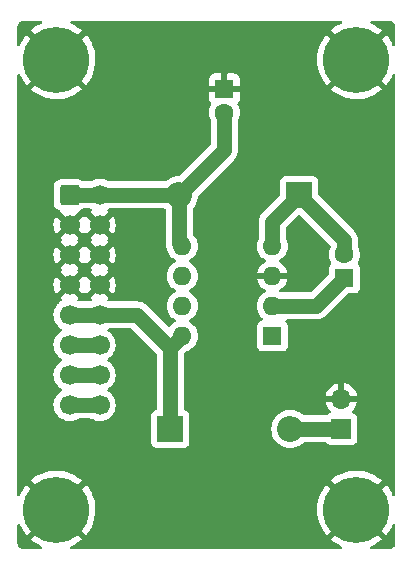
<source format=gtl>
%TF.GenerationSoftware,KiCad,Pcbnew,(6.0.6-0)*%
%TF.CreationDate,2022-06-29T09:29:09+01:00*%
%TF.ProjectId,icl7660-negative-supply-adapter,69636c37-3636-4302-9d6e-656761746976,rev?*%
%TF.SameCoordinates,Original*%
%TF.FileFunction,Copper,L1,Top*%
%TF.FilePolarity,Positive*%
%FSLAX46Y46*%
G04 Gerber Fmt 4.6, Leading zero omitted, Abs format (unit mm)*
G04 Created by KiCad (PCBNEW (6.0.6-0)) date 2022-06-29 09:29:09*
%MOMM*%
%LPD*%
G01*
G04 APERTURE LIST*
G04 Aperture macros list*
%AMRoundRect*
0 Rectangle with rounded corners*
0 $1 Rounding radius*
0 $2 $3 $4 $5 $6 $7 $8 $9 X,Y pos of 4 corners*
0 Add a 4 corners polygon primitive as box body*
4,1,4,$2,$3,$4,$5,$6,$7,$8,$9,$2,$3,0*
0 Add four circle primitives for the rounded corners*
1,1,$1+$1,$2,$3*
1,1,$1+$1,$4,$5*
1,1,$1+$1,$6,$7*
1,1,$1+$1,$8,$9*
0 Add four rect primitives between the rounded corners*
20,1,$1+$1,$2,$3,$4,$5,0*
20,1,$1+$1,$4,$5,$6,$7,0*
20,1,$1+$1,$6,$7,$8,$9,0*
20,1,$1+$1,$8,$9,$2,$3,0*%
G04 Aperture macros list end*
%TA.AperFunction,ComponentPad*%
%ADD10C,5.600000*%
%TD*%
%TA.AperFunction,ComponentPad*%
%ADD11R,2.200000X2.200000*%
%TD*%
%TA.AperFunction,ComponentPad*%
%ADD12O,2.200000X2.200000*%
%TD*%
%TA.AperFunction,ComponentPad*%
%ADD13RoundRect,0.250000X-0.600000X-0.600000X0.600000X-0.600000X0.600000X0.600000X-0.600000X0.600000X0*%
%TD*%
%TA.AperFunction,ComponentPad*%
%ADD14C,1.700000*%
%TD*%
%TA.AperFunction,ComponentPad*%
%ADD15R,1.600000X1.600000*%
%TD*%
%TA.AperFunction,ComponentPad*%
%ADD16O,1.600000X1.600000*%
%TD*%
%TA.AperFunction,ComponentPad*%
%ADD17C,1.600000*%
%TD*%
%TA.AperFunction,ComponentPad*%
%ADD18R,1.700000X1.700000*%
%TD*%
%TA.AperFunction,ComponentPad*%
%ADD19O,1.700000X1.700000*%
%TD*%
%TA.AperFunction,Conductor*%
%ADD20C,1.270000*%
%TD*%
G04 APERTURE END LIST*
D10*
%TO.P,H4,1,1*%
%TO.N,GND*%
X153162000Y-82042000D03*
%TD*%
%TO.P,H1,1,1*%
%TO.N,GND*%
X127762000Y-82042000D03*
%TD*%
%TO.P,H3,1,1*%
%TO.N,GND*%
X153162000Y-120142000D03*
%TD*%
D11*
%TO.P,D2,1,K*%
%TO.N,Net-(C1-Pad2)*%
X148336000Y-93472000D03*
D12*
%TO.P,D2,2,A*%
%TO.N,Net-(C2-Pad2)*%
X138176000Y-93472000D03*
%TD*%
D13*
%TO.P,J2,1,-12V*%
%TO.N,Net-(C2-Pad2)*%
X128883359Y-93472000D03*
D14*
%TO.P,J2,2,-12V*%
X131423359Y-93472000D03*
%TO.P,J2,3,GND*%
%TO.N,GND*%
X128883359Y-96012000D03*
%TO.P,J2,4,GND*%
X131423359Y-96012000D03*
%TO.P,J2,5,GND*%
X128883359Y-98552000D03*
%TO.P,J2,6,GND*%
X131423359Y-98552000D03*
%TO.P,J2,7,GND*%
X128883359Y-101092000D03*
%TO.P,J2,8,GND*%
X131423359Y-101092000D03*
%TO.P,J2,9,+12V*%
%TO.N,+12V*%
X128883359Y-103632000D03*
%TO.P,J2,10,+12V*%
X131423359Y-103632000D03*
%TO.P,J2,11,+5V*%
%TO.N,Net-(J2-Pad11)*%
X128883359Y-106172000D03*
%TO.P,J2,12,+5V*%
X131423359Y-106172000D03*
%TO.P,J2,13,CV*%
%TO.N,Net-(J2-Pad13)*%
X128883359Y-108712000D03*
%TO.P,J2,14,CV*%
X131423359Y-108712000D03*
%TO.P,J2,15,Gate*%
%TO.N,Net-(J2-Pad15)*%
X128883359Y-111252000D03*
%TO.P,J2,16,Gate*%
X131423359Y-111252000D03*
%TD*%
D15*
%TO.P,U1,1,NC*%
%TO.N,unconnected-(U1-Pad1)*%
X146050000Y-105410000D03*
D16*
%TO.P,U1,2,CAP+*%
%TO.N,Net-(C1-Pad1)*%
X146050000Y-102870000D03*
%TO.P,U1,3,GND*%
%TO.N,GND*%
X146050000Y-100330000D03*
%TO.P,U1,4,CAP-*%
%TO.N,Net-(C1-Pad2)*%
X146050000Y-97790000D03*
%TO.P,U1,5,VOUT*%
%TO.N,Net-(C2-Pad2)*%
X138430000Y-97790000D03*
%TO.P,U1,6,LV*%
%TO.N,unconnected-(U1-Pad6)*%
X138430000Y-100330000D03*
%TO.P,U1,7,OSC*%
%TO.N,unconnected-(U1-Pad7)*%
X138430000Y-102870000D03*
%TO.P,U1,8,V+*%
%TO.N,+12V*%
X138430000Y-105410000D03*
%TD*%
D15*
%TO.P,C2,1*%
%TO.N,GND*%
X141986000Y-84495000D03*
D17*
%TO.P,C2,2*%
%TO.N,Net-(C2-Pad2)*%
X141986000Y-86495000D03*
%TD*%
D11*
%TO.P,D1,1,K*%
%TO.N,+12V*%
X137414000Y-113284000D03*
D12*
%TO.P,D1,2,A*%
%TO.N,Net-(D1-Pad2)*%
X147574000Y-113284000D03*
%TD*%
D18*
%TO.P,J1,1,Pin_1*%
%TO.N,Net-(D1-Pad2)*%
X151892000Y-113284000D03*
D19*
%TO.P,J1,2,Pin_2*%
%TO.N,GND*%
X151892000Y-110744000D03*
%TD*%
D10*
%TO.P,H2,1,1*%
%TO.N,GND*%
X127762000Y-120142000D03*
%TD*%
D15*
%TO.P,C1,1*%
%TO.N,Net-(C1-Pad1)*%
X152146000Y-100496380D03*
D17*
%TO.P,C1,2*%
%TO.N,Net-(C1-Pad2)*%
X152146000Y-98496380D03*
%TD*%
D20*
%TO.N,Net-(C1-Pad1)*%
X149772380Y-102870000D02*
X152146000Y-100496380D01*
X146050000Y-102870000D02*
X149772380Y-102870000D01*
%TO.N,Net-(C1-Pad2)*%
X146050000Y-95758000D02*
X148336000Y-93472000D01*
X152146000Y-97282000D02*
X152146000Y-98496380D01*
X146050000Y-97790000D02*
X146050000Y-95758000D01*
X152146000Y-97282000D02*
X148336000Y-93472000D01*
%TO.N,+12V*%
X137414000Y-106426000D02*
X138430000Y-105410000D01*
X137414000Y-106426000D02*
X134620000Y-103632000D01*
X137414000Y-113284000D02*
X137414000Y-106426000D01*
X134620000Y-103632000D02*
X131423359Y-103632000D01*
X128883359Y-103632000D02*
X131423359Y-103632000D01*
%TO.N,Net-(D1-Pad2)*%
X147574000Y-113284000D02*
X151892000Y-113284000D01*
%TO.N,Net-(C2-Pad2)*%
X141986000Y-89662000D02*
X141986000Y-86495000D01*
X138176000Y-97536000D02*
X138430000Y-97790000D01*
X128883359Y-93472000D02*
X131423359Y-93472000D01*
X131423359Y-93472000D02*
X138176000Y-93472000D01*
X138176000Y-93472000D02*
X138176000Y-97536000D01*
X141986000Y-89662000D02*
X138176000Y-93472000D01*
%TO.N,Net-(J2-Pad11)*%
X128883359Y-106172000D02*
X131423359Y-106172000D01*
%TO.N,Net-(J2-Pad13)*%
X128883359Y-108712000D02*
X131423359Y-108712000D01*
%TO.N,Net-(J2-Pad15)*%
X128883359Y-111252000D02*
X131423359Y-111252000D01*
%TD*%
%TA.AperFunction,Conductor*%
%TO.N,GND*%
G36*
X126516203Y-78760502D02*
G01*
X126562696Y-78814158D01*
X126572800Y-78884432D01*
X126543306Y-78949012D01*
X126500733Y-78980972D01*
X126220034Y-79110079D01*
X126213991Y-79113265D01*
X125912401Y-79293763D01*
X125906755Y-79297571D01*
X125626408Y-79509596D01*
X125621211Y-79513987D01*
X125619972Y-79515155D01*
X125611950Y-79528862D01*
X125611986Y-79529704D01*
X125617037Y-79537826D01*
X127749190Y-81669980D01*
X127763131Y-81677592D01*
X127764966Y-81677461D01*
X127771580Y-81673210D01*
X129904798Y-79539991D01*
X129912412Y-79526047D01*
X129912344Y-79525089D01*
X129907836Y-79518272D01*
X129906418Y-79517065D01*
X129626813Y-79304064D01*
X129621187Y-79300240D01*
X129320214Y-79118681D01*
X129314202Y-79115484D01*
X129024024Y-78980788D01*
X128970658Y-78933964D01*
X128951077Y-78865720D01*
X128971501Y-78797725D01*
X129025443Y-78751565D01*
X129077075Y-78740500D01*
X151848082Y-78740500D01*
X151916203Y-78760502D01*
X151962696Y-78814158D01*
X151972800Y-78884432D01*
X151943306Y-78949012D01*
X151900733Y-78980972D01*
X151620034Y-79110079D01*
X151613991Y-79113265D01*
X151312401Y-79293763D01*
X151306755Y-79297571D01*
X151026408Y-79509596D01*
X151021211Y-79513987D01*
X151019972Y-79515155D01*
X151011950Y-79528862D01*
X151011986Y-79529704D01*
X151017037Y-79537826D01*
X153149190Y-81669980D01*
X153163131Y-81677592D01*
X153164966Y-81677461D01*
X153171580Y-81673210D01*
X155304798Y-79539991D01*
X155312412Y-79526047D01*
X155312344Y-79525089D01*
X155307836Y-79518272D01*
X155306418Y-79517065D01*
X155026813Y-79304064D01*
X155021187Y-79300240D01*
X154720214Y-79118681D01*
X154714202Y-79115484D01*
X154424024Y-78980788D01*
X154370658Y-78933964D01*
X154351077Y-78865720D01*
X154371501Y-78797725D01*
X154425443Y-78751565D01*
X154477075Y-78740500D01*
X155906633Y-78740500D01*
X155926018Y-78742000D01*
X155940852Y-78744310D01*
X155940855Y-78744310D01*
X155949724Y-78745691D01*
X155958626Y-78744527D01*
X155958750Y-78744511D01*
X155989192Y-78744240D01*
X156021012Y-78747825D01*
X156054825Y-78751635D01*
X156082327Y-78757912D01*
X156162798Y-78786070D01*
X156188214Y-78798310D01*
X156218599Y-78817402D01*
X156260404Y-78843670D01*
X156282462Y-78861262D01*
X156342738Y-78921538D01*
X156360329Y-78943595D01*
X156383700Y-78980788D01*
X156405690Y-79015785D01*
X156417930Y-79041202D01*
X156446088Y-79121673D01*
X156452365Y-79149176D01*
X156459018Y-79208226D01*
X156458923Y-79223868D01*
X156459800Y-79223879D01*
X156459690Y-79232851D01*
X156458309Y-79241724D01*
X156459473Y-79250626D01*
X156459473Y-79250628D01*
X156462436Y-79273283D01*
X156463500Y-79289621D01*
X156463500Y-80734210D01*
X156443498Y-80802331D01*
X156389842Y-80848824D01*
X156319568Y-80858928D01*
X156254988Y-80829434D01*
X156220429Y-80780798D01*
X156170598Y-80655578D01*
X156167742Y-80649398D01*
X156003269Y-80338763D01*
X155999769Y-80332937D01*
X155802697Y-80041862D01*
X155798590Y-80036453D01*
X155685565Y-79903179D01*
X155672740Y-79894743D01*
X155662416Y-79900795D01*
X153534020Y-82029190D01*
X153526408Y-82043131D01*
X153526539Y-82044966D01*
X153530790Y-82051580D01*
X155661009Y-84181798D01*
X155674605Y-84189223D01*
X155684218Y-84182522D01*
X155784518Y-84065912D01*
X155788676Y-84060514D01*
X155987762Y-83770840D01*
X155991310Y-83765029D01*
X156157942Y-83455559D01*
X156160849Y-83449381D01*
X156220757Y-83301847D01*
X156264919Y-83246256D01*
X156332124Y-83223366D01*
X156401036Y-83240443D01*
X156449776Y-83292066D01*
X156463500Y-83349251D01*
X156463500Y-118834210D01*
X156443498Y-118902331D01*
X156389842Y-118948824D01*
X156319568Y-118958928D01*
X156254988Y-118929434D01*
X156220429Y-118880798D01*
X156170598Y-118755578D01*
X156167742Y-118749398D01*
X156003269Y-118438763D01*
X155999769Y-118432937D01*
X155802697Y-118141862D01*
X155798590Y-118136453D01*
X155685565Y-118003179D01*
X155672740Y-117994743D01*
X155662416Y-118000795D01*
X153534020Y-120129190D01*
X153526408Y-120143131D01*
X153526539Y-120144966D01*
X153530790Y-120151580D01*
X155661009Y-122281798D01*
X155674605Y-122289223D01*
X155684218Y-122282522D01*
X155784518Y-122165912D01*
X155788676Y-122160514D01*
X155987762Y-121870840D01*
X155991310Y-121865029D01*
X156157942Y-121555559D01*
X156160849Y-121549381D01*
X156220757Y-121401847D01*
X156264919Y-121346256D01*
X156332124Y-121323366D01*
X156401036Y-121340443D01*
X156449776Y-121392066D01*
X156463500Y-121449251D01*
X156463500Y-122886633D01*
X156462000Y-122906018D01*
X156458309Y-122929724D01*
X156459473Y-122938626D01*
X156459489Y-122938750D01*
X156459760Y-122969193D01*
X156452365Y-123034825D01*
X156446088Y-123062327D01*
X156417930Y-123142798D01*
X156405690Y-123168215D01*
X156360330Y-123240404D01*
X156342738Y-123262462D01*
X156282462Y-123322738D01*
X156260405Y-123340329D01*
X156213437Y-123369842D01*
X156188215Y-123385690D01*
X156162798Y-123397930D01*
X156082327Y-123426088D01*
X156054824Y-123432365D01*
X155995774Y-123439018D01*
X155980132Y-123438923D01*
X155980121Y-123439800D01*
X155971149Y-123439690D01*
X155962276Y-123438309D01*
X155953374Y-123439473D01*
X155953372Y-123439473D01*
X155942385Y-123440910D01*
X155930714Y-123442436D01*
X155914379Y-123443500D01*
X154474848Y-123443500D01*
X154406727Y-123423498D01*
X154360234Y-123369842D01*
X154350130Y-123299568D01*
X154379624Y-123234988D01*
X154422597Y-123202845D01*
X154693718Y-123079288D01*
X154699777Y-123076121D01*
X155001995Y-122896676D01*
X155007659Y-122892884D01*
X155288732Y-122681849D01*
X155293958Y-122677464D01*
X155303613Y-122668428D01*
X155311682Y-122654750D01*
X155311654Y-122654024D01*
X155306512Y-122645723D01*
X153174810Y-120514020D01*
X153160869Y-120506408D01*
X153159034Y-120506539D01*
X153152420Y-120510790D01*
X151018774Y-122644437D01*
X151011160Y-122658381D01*
X151011237Y-122659470D01*
X151013698Y-122663206D01*
X151287632Y-122873404D01*
X151293262Y-122877259D01*
X151593591Y-123059862D01*
X151599593Y-123063080D01*
X151899140Y-123203398D01*
X151952343Y-123250408D01*
X151971685Y-123318719D01*
X151951025Y-123386643D01*
X151896922Y-123432615D01*
X151845691Y-123443500D01*
X129074848Y-123443500D01*
X129006727Y-123423498D01*
X128960234Y-123369842D01*
X128950130Y-123299568D01*
X128979624Y-123234988D01*
X129022597Y-123202845D01*
X129293718Y-123079288D01*
X129299777Y-123076121D01*
X129601995Y-122896676D01*
X129607659Y-122892884D01*
X129888732Y-122681849D01*
X129893958Y-122677464D01*
X129903613Y-122668428D01*
X129911682Y-122654750D01*
X129911654Y-122654024D01*
X129906512Y-122645723D01*
X127774810Y-120514020D01*
X127760869Y-120506408D01*
X127759034Y-120506539D01*
X127752420Y-120510790D01*
X125618774Y-122644437D01*
X125611160Y-122658381D01*
X125611237Y-122659470D01*
X125613698Y-122663206D01*
X125887632Y-122873404D01*
X125893262Y-122877259D01*
X126193591Y-123059862D01*
X126199593Y-123063080D01*
X126499140Y-123203398D01*
X126552343Y-123250408D01*
X126571685Y-123318719D01*
X126551025Y-123386643D01*
X126496922Y-123432615D01*
X126445691Y-123443500D01*
X125017367Y-123443500D01*
X124997982Y-123442000D01*
X124983148Y-123439690D01*
X124983145Y-123439690D01*
X124974276Y-123438309D01*
X124965374Y-123439473D01*
X124965250Y-123439489D01*
X124934808Y-123439760D01*
X124902988Y-123436175D01*
X124869175Y-123432365D01*
X124841673Y-123426088D01*
X124761202Y-123397930D01*
X124735785Y-123385690D01*
X124710564Y-123369842D01*
X124663595Y-123340329D01*
X124641538Y-123322738D01*
X124581262Y-123262462D01*
X124563670Y-123240404D01*
X124518310Y-123168215D01*
X124506070Y-123142798D01*
X124477912Y-123062327D01*
X124471635Y-123034826D01*
X124471477Y-123033424D01*
X124465170Y-122977447D01*
X124464888Y-122952640D01*
X124465576Y-122948552D01*
X124465729Y-122936000D01*
X124461773Y-122908376D01*
X124460500Y-122890514D01*
X124460500Y-121450237D01*
X124480502Y-121382116D01*
X124534158Y-121335623D01*
X124604432Y-121325519D01*
X124669012Y-121355013D01*
X124703733Y-121404058D01*
X124748581Y-121517912D01*
X124751412Y-121524095D01*
X124914803Y-121835310D01*
X124918286Y-121841152D01*
X125114330Y-122132896D01*
X125118433Y-122138340D01*
X125238425Y-122280836D01*
X125251164Y-122289279D01*
X125261608Y-122283181D01*
X127389980Y-120154810D01*
X127396357Y-120143131D01*
X128126408Y-120143131D01*
X128126539Y-120144966D01*
X128130790Y-120151580D01*
X130261009Y-122281798D01*
X130274605Y-122289223D01*
X130284218Y-122282522D01*
X130384518Y-122165912D01*
X130388676Y-122160514D01*
X130587762Y-121870840D01*
X130591310Y-121865029D01*
X130757942Y-121555559D01*
X130760849Y-121549381D01*
X130893090Y-121223713D01*
X130895304Y-121217283D01*
X130991598Y-120879237D01*
X130993105Y-120872607D01*
X131052332Y-120526118D01*
X131053112Y-120519378D01*
X131074668Y-120166925D01*
X131074784Y-120163323D01*
X131074853Y-120143819D01*
X131074761Y-120140194D01*
X131074416Y-120133832D01*
X149849333Y-120133832D01*
X149867117Y-120484893D01*
X149867827Y-120491649D01*
X149923420Y-120838723D01*
X149924859Y-120845378D01*
X150017608Y-121184410D01*
X150019757Y-121190871D01*
X150148581Y-121517912D01*
X150151412Y-121524095D01*
X150314803Y-121835310D01*
X150318286Y-121841152D01*
X150514330Y-122132896D01*
X150518433Y-122138340D01*
X150638425Y-122280836D01*
X150651164Y-122289279D01*
X150661608Y-122283181D01*
X152789980Y-120154810D01*
X152797592Y-120140869D01*
X152797461Y-120139034D01*
X152793210Y-120132420D01*
X150662992Y-118002203D01*
X150649455Y-117994811D01*
X150639753Y-118001599D01*
X150532430Y-118127257D01*
X150528296Y-118132664D01*
X150330215Y-118423041D01*
X150326697Y-118428851D01*
X150161134Y-118738922D01*
X150158259Y-118745087D01*
X150027155Y-119071218D01*
X150024962Y-119077658D01*
X149929846Y-119416044D01*
X149928363Y-119422679D01*
X149870350Y-119769354D01*
X149869591Y-119776126D01*
X149849357Y-120127037D01*
X149849333Y-120133832D01*
X131074416Y-120133832D01*
X131055666Y-119787615D01*
X131054931Y-119780849D01*
X130998130Y-119433985D01*
X130996663Y-119427313D01*
X130902736Y-119088627D01*
X130900562Y-119082163D01*
X130770598Y-118755578D01*
X130767742Y-118749398D01*
X130603269Y-118438763D01*
X130599769Y-118432937D01*
X130402697Y-118141862D01*
X130398590Y-118136453D01*
X130285565Y-118003179D01*
X130272740Y-117994743D01*
X130262416Y-118000795D01*
X128134020Y-120129190D01*
X128126408Y-120143131D01*
X127396357Y-120143131D01*
X127397592Y-120140869D01*
X127397461Y-120139034D01*
X127393210Y-120132420D01*
X125262992Y-118002203D01*
X125249455Y-117994811D01*
X125239753Y-118001599D01*
X125132430Y-118127257D01*
X125128296Y-118132664D01*
X124930215Y-118423041D01*
X124926697Y-118428851D01*
X124761134Y-118738922D01*
X124758259Y-118745087D01*
X124703407Y-118881535D01*
X124659440Y-118937279D01*
X124592315Y-118960404D01*
X124523344Y-118943567D01*
X124474424Y-118892114D01*
X124460500Y-118834538D01*
X124460500Y-117628862D01*
X125611950Y-117628862D01*
X125611986Y-117629704D01*
X125617037Y-117637826D01*
X127749190Y-119769980D01*
X127763131Y-119777592D01*
X127764966Y-119777461D01*
X127771580Y-119773210D01*
X129904798Y-117639991D01*
X129910875Y-117628862D01*
X151011950Y-117628862D01*
X151011986Y-117629704D01*
X151017037Y-117637826D01*
X153149190Y-119769980D01*
X153163131Y-119777592D01*
X153164966Y-119777461D01*
X153171580Y-119773210D01*
X155304798Y-117639991D01*
X155312412Y-117626047D01*
X155312344Y-117625089D01*
X155307836Y-117618272D01*
X155306418Y-117617065D01*
X155026813Y-117404064D01*
X155021187Y-117400240D01*
X154720214Y-117218681D01*
X154714202Y-117215484D01*
X154395370Y-117067487D01*
X154389070Y-117064967D01*
X154056129Y-116952273D01*
X154049551Y-116950437D01*
X153706417Y-116874367D01*
X153699678Y-116873251D01*
X153350310Y-116834680D01*
X153343529Y-116834301D01*
X152992015Y-116833687D01*
X152985242Y-116834042D01*
X152635720Y-116871395D01*
X152629010Y-116872482D01*
X152285586Y-116947361D01*
X152279011Y-116949172D01*
X151945683Y-117060702D01*
X151939361Y-117063205D01*
X151620034Y-117210079D01*
X151613991Y-117213265D01*
X151312401Y-117393763D01*
X151306755Y-117397571D01*
X151026408Y-117609596D01*
X151021211Y-117613987D01*
X151019972Y-117615155D01*
X151011950Y-117628862D01*
X129910875Y-117628862D01*
X129912412Y-117626047D01*
X129912344Y-117625089D01*
X129907836Y-117618272D01*
X129906418Y-117617065D01*
X129626813Y-117404064D01*
X129621187Y-117400240D01*
X129320214Y-117218681D01*
X129314202Y-117215484D01*
X128995370Y-117067487D01*
X128989070Y-117064967D01*
X128656129Y-116952273D01*
X128649551Y-116950437D01*
X128306417Y-116874367D01*
X128299678Y-116873251D01*
X127950310Y-116834680D01*
X127943529Y-116834301D01*
X127592015Y-116833687D01*
X127585242Y-116834042D01*
X127235720Y-116871395D01*
X127229010Y-116872482D01*
X126885586Y-116947361D01*
X126879011Y-116949172D01*
X126545683Y-117060702D01*
X126539361Y-117063205D01*
X126220034Y-117210079D01*
X126213991Y-117213265D01*
X125912401Y-117393763D01*
X125906755Y-117397571D01*
X125626408Y-117609596D01*
X125621211Y-117613987D01*
X125619972Y-117615155D01*
X125611950Y-117628862D01*
X124460500Y-117628862D01*
X124460500Y-111218695D01*
X127520610Y-111218695D01*
X127520907Y-111223848D01*
X127520907Y-111223851D01*
X127533171Y-111436547D01*
X127533469Y-111441715D01*
X127534606Y-111446761D01*
X127534607Y-111446767D01*
X127554478Y-111534939D01*
X127582581Y-111659639D01*
X127666625Y-111866616D01*
X127715089Y-111945703D01*
X127733711Y-111976090D01*
X127783346Y-112057088D01*
X127929609Y-112225938D01*
X128101485Y-112368632D01*
X128294359Y-112481338D01*
X128503051Y-112561030D01*
X128508119Y-112562061D01*
X128508122Y-112562062D01*
X128615376Y-112583883D01*
X128721956Y-112605567D01*
X128727131Y-112605757D01*
X128727133Y-112605757D01*
X128940032Y-112613564D01*
X128940036Y-112613564D01*
X128945196Y-112613753D01*
X128950316Y-112613097D01*
X128950318Y-112613097D01*
X129161647Y-112586025D01*
X129161648Y-112586025D01*
X129166775Y-112585368D01*
X129171725Y-112583883D01*
X129375788Y-112522661D01*
X129375793Y-112522659D01*
X129380743Y-112521174D01*
X129581353Y-112422896D01*
X129585564Y-112419893D01*
X129585568Y-112419890D01*
X129586928Y-112418920D01*
X129587505Y-112418735D01*
X129590007Y-112417244D01*
X129590353Y-112417824D01*
X129660094Y-112395500D01*
X130653349Y-112395500D01*
X130716919Y-112412712D01*
X130834359Y-112481338D01*
X131043051Y-112561030D01*
X131048119Y-112562061D01*
X131048122Y-112562062D01*
X131155376Y-112583883D01*
X131261956Y-112605567D01*
X131267131Y-112605757D01*
X131267133Y-112605757D01*
X131480032Y-112613564D01*
X131480036Y-112613564D01*
X131485196Y-112613753D01*
X131490316Y-112613097D01*
X131490318Y-112613097D01*
X131701647Y-112586025D01*
X131701648Y-112586025D01*
X131706775Y-112585368D01*
X131711725Y-112583883D01*
X131915788Y-112522661D01*
X131915793Y-112522659D01*
X131920743Y-112521174D01*
X132121353Y-112422896D01*
X132303219Y-112293173D01*
X132461455Y-112135489D01*
X132520953Y-112052689D01*
X132588794Y-111958277D01*
X132591812Y-111954077D01*
X132620454Y-111896125D01*
X132688495Y-111758453D01*
X132688496Y-111758451D01*
X132690789Y-111753811D01*
X132755729Y-111540069D01*
X132784888Y-111318590D01*
X132786515Y-111252000D01*
X132768211Y-111029361D01*
X132713790Y-110812702D01*
X132624713Y-110607840D01*
X132540834Y-110478183D01*
X132506181Y-110424617D01*
X132506179Y-110424614D01*
X132503373Y-110420277D01*
X132353029Y-110255051D01*
X132348978Y-110251852D01*
X132348974Y-110251848D01*
X132181773Y-110119800D01*
X132181769Y-110119798D01*
X132177718Y-110116598D01*
X132136412Y-110093796D01*
X132086443Y-110043364D01*
X132071671Y-109973921D01*
X132096787Y-109907516D01*
X132124139Y-109880909D01*
X132167962Y-109849650D01*
X132303219Y-109753173D01*
X132312209Y-109744215D01*
X132457794Y-109599137D01*
X132461455Y-109595489D01*
X132520953Y-109512689D01*
X132588794Y-109418277D01*
X132591812Y-109414077D01*
X132690789Y-109213811D01*
X132755729Y-109000069D01*
X132784888Y-108778590D01*
X132786515Y-108712000D01*
X132768211Y-108489361D01*
X132713790Y-108272702D01*
X132624713Y-108067840D01*
X132503373Y-107880277D01*
X132353029Y-107715051D01*
X132348978Y-107711852D01*
X132348974Y-107711848D01*
X132181773Y-107579800D01*
X132181769Y-107579798D01*
X132177718Y-107576598D01*
X132136412Y-107553796D01*
X132086443Y-107503364D01*
X132071671Y-107433921D01*
X132096787Y-107367516D01*
X132124139Y-107340909D01*
X132167962Y-107309650D01*
X132303219Y-107213173D01*
X132461455Y-107055489D01*
X132520953Y-106972689D01*
X132588794Y-106878277D01*
X132591812Y-106874077D01*
X132668703Y-106718500D01*
X132688495Y-106678453D01*
X132688496Y-106678451D01*
X132690789Y-106673811D01*
X132755729Y-106460069D01*
X132784888Y-106238590D01*
X132786515Y-106172000D01*
X132768211Y-105949361D01*
X132713790Y-105732702D01*
X132624713Y-105527840D01*
X132503373Y-105340277D01*
X132353029Y-105175051D01*
X132348978Y-105171852D01*
X132348974Y-105171848D01*
X132181773Y-105039800D01*
X132181769Y-105039798D01*
X132177718Y-105036598D01*
X132136412Y-105013796D01*
X132086443Y-104963364D01*
X132071671Y-104893921D01*
X132096787Y-104827516D01*
X132124137Y-104800910D01*
X132126924Y-104798922D01*
X132200094Y-104775500D01*
X134094157Y-104775500D01*
X134162278Y-104795502D01*
X134183252Y-104812405D01*
X136233595Y-106862748D01*
X136267621Y-106925060D01*
X136270500Y-106951843D01*
X136270500Y-111569879D01*
X136250498Y-111638000D01*
X136196842Y-111684493D01*
X136188730Y-111687861D01*
X136067295Y-111733385D01*
X135950739Y-111820739D01*
X135863385Y-111937295D01*
X135812255Y-112073684D01*
X135805500Y-112135866D01*
X135805500Y-114432134D01*
X135812255Y-114494316D01*
X135863385Y-114630705D01*
X135950739Y-114747261D01*
X136067295Y-114834615D01*
X136203684Y-114885745D01*
X136265866Y-114892500D01*
X138562134Y-114892500D01*
X138624316Y-114885745D01*
X138760705Y-114834615D01*
X138877261Y-114747261D01*
X138964615Y-114630705D01*
X139015745Y-114494316D01*
X139022500Y-114432134D01*
X139022500Y-113284000D01*
X145960526Y-113284000D01*
X145980391Y-113536403D01*
X146039495Y-113782591D01*
X146136384Y-114016502D01*
X146268672Y-114232376D01*
X146433102Y-114424898D01*
X146625624Y-114589328D01*
X146841498Y-114721616D01*
X146846068Y-114723509D01*
X146846072Y-114723511D01*
X146916401Y-114752642D01*
X147075409Y-114818505D01*
X147142513Y-114834615D01*
X147316784Y-114876454D01*
X147316790Y-114876455D01*
X147321597Y-114877609D01*
X147574000Y-114897474D01*
X147826403Y-114877609D01*
X147831210Y-114876455D01*
X147831216Y-114876454D01*
X148005487Y-114834615D01*
X148072591Y-114818505D01*
X148231599Y-114752642D01*
X148301928Y-114723511D01*
X148301932Y-114723509D01*
X148306502Y-114721616D01*
X148522376Y-114589328D01*
X148526131Y-114586121D01*
X148526135Y-114586118D01*
X148633620Y-114494316D01*
X148676505Y-114457689D01*
X148741294Y-114428658D01*
X148758335Y-114427500D01*
X150563429Y-114427500D01*
X150631550Y-114447502D01*
X150664255Y-114477935D01*
X150678739Y-114497261D01*
X150795295Y-114584615D01*
X150931684Y-114635745D01*
X150993866Y-114642500D01*
X152790134Y-114642500D01*
X152852316Y-114635745D01*
X152988705Y-114584615D01*
X153105261Y-114497261D01*
X153192615Y-114380705D01*
X153243745Y-114244316D01*
X153250500Y-114182134D01*
X153250500Y-112385866D01*
X153243745Y-112323684D01*
X153192615Y-112187295D01*
X153105261Y-112070739D01*
X152988705Y-111983385D01*
X152898152Y-111949438D01*
X152869687Y-111938767D01*
X152812923Y-111896125D01*
X152788223Y-111829564D01*
X152803430Y-111760215D01*
X152824977Y-111731535D01*
X152926052Y-111630812D01*
X152932730Y-111622965D01*
X153057003Y-111450020D01*
X153062313Y-111441183D01*
X153156670Y-111250267D01*
X153160469Y-111240672D01*
X153222377Y-111036910D01*
X153224555Y-111026837D01*
X153225986Y-111015962D01*
X153223775Y-111001778D01*
X153210617Y-110998000D01*
X150575225Y-110998000D01*
X150561694Y-111001973D01*
X150560257Y-111011966D01*
X150590565Y-111146446D01*
X150593645Y-111156275D01*
X150673770Y-111353603D01*
X150678413Y-111362794D01*
X150789694Y-111544388D01*
X150795777Y-111552699D01*
X150935213Y-111713667D01*
X150942577Y-111720879D01*
X150947522Y-111724985D01*
X150987156Y-111783889D01*
X150988653Y-111854870D01*
X150951537Y-111915392D01*
X150911264Y-111939910D01*
X150803705Y-111980232D01*
X150803704Y-111980233D01*
X150795295Y-111983385D01*
X150678739Y-112070739D01*
X150673358Y-112077919D01*
X150664255Y-112090065D01*
X150607396Y-112132580D01*
X150563429Y-112140500D01*
X148758335Y-112140500D01*
X148690214Y-112120498D01*
X148676504Y-112110311D01*
X148652800Y-112090065D01*
X148609038Y-112052689D01*
X148526135Y-111981882D01*
X148526131Y-111981879D01*
X148522376Y-111978672D01*
X148306502Y-111846384D01*
X148301932Y-111844491D01*
X148301928Y-111844489D01*
X148077164Y-111751389D01*
X148077162Y-111751388D01*
X148072591Y-111749495D01*
X147953396Y-111720879D01*
X147831216Y-111691546D01*
X147831210Y-111691545D01*
X147826403Y-111690391D01*
X147574000Y-111670526D01*
X147321597Y-111690391D01*
X147316790Y-111691545D01*
X147316784Y-111691546D01*
X147194604Y-111720879D01*
X147075409Y-111749495D01*
X147070838Y-111751388D01*
X147070836Y-111751389D01*
X146846072Y-111844489D01*
X146846068Y-111844491D01*
X146841498Y-111846384D01*
X146625624Y-111978672D01*
X146433102Y-112143102D01*
X146268672Y-112335624D01*
X146136384Y-112551498D01*
X146134491Y-112556068D01*
X146134489Y-112556072D01*
X146113988Y-112605567D01*
X146039495Y-112785409D01*
X145980391Y-113031597D01*
X145960526Y-113284000D01*
X139022500Y-113284000D01*
X139022500Y-112135866D01*
X139015745Y-112073684D01*
X138964615Y-111937295D01*
X138877261Y-111820739D01*
X138760705Y-111733385D01*
X138639270Y-111687861D01*
X138582506Y-111645219D01*
X138557806Y-111578658D01*
X138557500Y-111569879D01*
X138557500Y-110478183D01*
X150556389Y-110478183D01*
X150557912Y-110486607D01*
X150570292Y-110490000D01*
X151619885Y-110490000D01*
X151635124Y-110485525D01*
X151636329Y-110484135D01*
X151638000Y-110476452D01*
X151638000Y-110471885D01*
X152146000Y-110471885D01*
X152150475Y-110487124D01*
X152151865Y-110488329D01*
X152159548Y-110490000D01*
X153210344Y-110490000D01*
X153223875Y-110486027D01*
X153225180Y-110476947D01*
X153183214Y-110309875D01*
X153179894Y-110300124D01*
X153094972Y-110104814D01*
X153090105Y-110095739D01*
X152974426Y-109916926D01*
X152968136Y-109908757D01*
X152824806Y-109751240D01*
X152817273Y-109744215D01*
X152650139Y-109612222D01*
X152641552Y-109606517D01*
X152455117Y-109503599D01*
X152445705Y-109499369D01*
X152244959Y-109428280D01*
X152234988Y-109425646D01*
X152163837Y-109412972D01*
X152150540Y-109414432D01*
X152146000Y-109428989D01*
X152146000Y-110471885D01*
X151638000Y-110471885D01*
X151638000Y-109427102D01*
X151634082Y-109413758D01*
X151619806Y-109411771D01*
X151581324Y-109417660D01*
X151571288Y-109420051D01*
X151368868Y-109486212D01*
X151359359Y-109490209D01*
X151170463Y-109588542D01*
X151161738Y-109594036D01*
X150991433Y-109721905D01*
X150983726Y-109728748D01*
X150836590Y-109882717D01*
X150830104Y-109890727D01*
X150710098Y-110066649D01*
X150705000Y-110075623D01*
X150615338Y-110268783D01*
X150611775Y-110278470D01*
X150556389Y-110478183D01*
X138557500Y-110478183D01*
X138557500Y-106951843D01*
X138577502Y-106883722D01*
X138594405Y-106862748D01*
X138764700Y-106692453D01*
X138821184Y-106659841D01*
X138873929Y-106645708D01*
X138873930Y-106645708D01*
X138879243Y-106644284D01*
X139020014Y-106578642D01*
X139081762Y-106549849D01*
X139081767Y-106549846D01*
X139086749Y-106547523D01*
X139228458Y-106448297D01*
X139269789Y-106419357D01*
X139269792Y-106419355D01*
X139274300Y-106416198D01*
X139436198Y-106254300D01*
X139447199Y-106238590D01*
X139564366Y-106071257D01*
X139567523Y-106066749D01*
X139569846Y-106061767D01*
X139569849Y-106061762D01*
X139661961Y-105864225D01*
X139661961Y-105864224D01*
X139664284Y-105859243D01*
X139723543Y-105638087D01*
X139743498Y-105410000D01*
X139723543Y-105181913D01*
X139684606Y-105036598D01*
X139665707Y-104966067D01*
X139665706Y-104966065D01*
X139664284Y-104960757D01*
X139641967Y-104912897D01*
X139569849Y-104758238D01*
X139569846Y-104758233D01*
X139567523Y-104753251D01*
X139466685Y-104609240D01*
X139439357Y-104570211D01*
X139439355Y-104570208D01*
X139436198Y-104565700D01*
X139274300Y-104403802D01*
X139269792Y-104400645D01*
X139269789Y-104400643D01*
X139191611Y-104345902D01*
X139086749Y-104272477D01*
X139081767Y-104270154D01*
X139081762Y-104270151D01*
X139047543Y-104254195D01*
X138994258Y-104207278D01*
X138974797Y-104139001D01*
X138995339Y-104071041D01*
X139047543Y-104025805D01*
X139081762Y-104009849D01*
X139081767Y-104009846D01*
X139086749Y-104007523D01*
X139255980Y-103889026D01*
X139269789Y-103879357D01*
X139269792Y-103879355D01*
X139274300Y-103876198D01*
X139436198Y-103714300D01*
X139567523Y-103526749D01*
X139569846Y-103521767D01*
X139569849Y-103521762D01*
X139661961Y-103324225D01*
X139661961Y-103324224D01*
X139664284Y-103319243D01*
X139723543Y-103098087D01*
X139743498Y-102870000D01*
X144736502Y-102870000D01*
X144756457Y-103098087D01*
X144815716Y-103319243D01*
X144818039Y-103324224D01*
X144818039Y-103324225D01*
X144910151Y-103521762D01*
X144910154Y-103521767D01*
X144912477Y-103526749D01*
X145043802Y-103714300D01*
X145205700Y-103876198D01*
X145210211Y-103879357D01*
X145214424Y-103882892D01*
X145213473Y-103884026D01*
X145253471Y-103934071D01*
X145260776Y-104004690D01*
X145228742Y-104068049D01*
X145167538Y-104104030D01*
X145150483Y-104107082D01*
X145139684Y-104108255D01*
X145003295Y-104159385D01*
X144886739Y-104246739D01*
X144799385Y-104363295D01*
X144748255Y-104499684D01*
X144741500Y-104561866D01*
X144741500Y-106258134D01*
X144748255Y-106320316D01*
X144799385Y-106456705D01*
X144886739Y-106573261D01*
X145003295Y-106660615D01*
X145139684Y-106711745D01*
X145201866Y-106718500D01*
X146898134Y-106718500D01*
X146960316Y-106711745D01*
X147096705Y-106660615D01*
X147213261Y-106573261D01*
X147300615Y-106456705D01*
X147351745Y-106320316D01*
X147358500Y-106258134D01*
X147358500Y-104561866D01*
X147351745Y-104499684D01*
X147300615Y-104363295D01*
X147213261Y-104246739D01*
X147204704Y-104240326D01*
X147203682Y-104238959D01*
X147199731Y-104235008D01*
X147200301Y-104234438D01*
X147162189Y-104183468D01*
X147157163Y-104112649D01*
X147191222Y-104050356D01*
X147253553Y-104016365D01*
X147280269Y-104013500D01*
X149729575Y-104013500D01*
X149737816Y-104013770D01*
X149802441Y-104018006D01*
X149890353Y-104007601D01*
X149893566Y-104007264D01*
X149981659Y-103999169D01*
X149987219Y-103997601D01*
X149990792Y-103996939D01*
X150001795Y-103994750D01*
X150005408Y-103993982D01*
X150011145Y-103993303D01*
X150095656Y-103967062D01*
X150098753Y-103966146D01*
X150183929Y-103942123D01*
X150189117Y-103939565D01*
X150192568Y-103938240D01*
X150202946Y-103934099D01*
X150206333Y-103932696D01*
X150211853Y-103930982D01*
X150290126Y-103889801D01*
X150293062Y-103888305D01*
X150304038Y-103882892D01*
X150372417Y-103849171D01*
X150377048Y-103845713D01*
X150380251Y-103843750D01*
X150389638Y-103837827D01*
X150392731Y-103835818D01*
X150397843Y-103833129D01*
X150467336Y-103778344D01*
X150469906Y-103776373D01*
X150536181Y-103726884D01*
X150536188Y-103726877D01*
X150540809Y-103723427D01*
X150596643Y-103663026D01*
X150600072Y-103659461D01*
X152417748Y-101841785D01*
X152480060Y-101807759D01*
X152506843Y-101804880D01*
X152994134Y-101804880D01*
X153056316Y-101798125D01*
X153192705Y-101746995D01*
X153309261Y-101659641D01*
X153396615Y-101543085D01*
X153447745Y-101406696D01*
X153454500Y-101344514D01*
X153454500Y-99648246D01*
X153447745Y-99586064D01*
X153396615Y-99449675D01*
X153309261Y-99333119D01*
X153302081Y-99327738D01*
X153295731Y-99321388D01*
X153297971Y-99319148D01*
X153264829Y-99274815D01*
X153259810Y-99203996D01*
X153277949Y-99162590D01*
X153277617Y-99162399D01*
X153279339Y-99159416D01*
X153279705Y-99158581D01*
X153280368Y-99157635D01*
X153280369Y-99157634D01*
X153283523Y-99153129D01*
X153285846Y-99148147D01*
X153285849Y-99148142D01*
X153377961Y-98950605D01*
X153377961Y-98950604D01*
X153380284Y-98945623D01*
X153433587Y-98746697D01*
X153438119Y-98729782D01*
X153438119Y-98729780D01*
X153439543Y-98724467D01*
X153459498Y-98496380D01*
X153439543Y-98268293D01*
X153415879Y-98179978D01*
X153381707Y-98052447D01*
X153381706Y-98052445D01*
X153380284Y-98047137D01*
X153364183Y-98012607D01*
X153301305Y-97877765D01*
X153289500Y-97824515D01*
X153289500Y-97324805D01*
X153289770Y-97316564D01*
X153293628Y-97257705D01*
X153294006Y-97251939D01*
X153283602Y-97164041D01*
X153283259Y-97160766D01*
X153275698Y-97078480D01*
X153275169Y-97072721D01*
X153273599Y-97067155D01*
X153272914Y-97063459D01*
X153270756Y-97052610D01*
X153269983Y-97048974D01*
X153269304Y-97043235D01*
X153243069Y-96958744D01*
X153242140Y-96955608D01*
X153219693Y-96876018D01*
X153218123Y-96870451D01*
X153215565Y-96865263D01*
X153214240Y-96861812D01*
X153210099Y-96851434D01*
X153208696Y-96848047D01*
X153206982Y-96842527D01*
X153165801Y-96764254D01*
X153164305Y-96761318D01*
X153141280Y-96714629D01*
X153125171Y-96681963D01*
X153121713Y-96677332D01*
X153119750Y-96674129D01*
X153113827Y-96664742D01*
X153111818Y-96661649D01*
X153109129Y-96656537D01*
X153054344Y-96587044D01*
X153052373Y-96584474D01*
X153002884Y-96518199D01*
X153002877Y-96518192D01*
X152999427Y-96513571D01*
X152994128Y-96508672D01*
X152939027Y-96457738D01*
X152935461Y-96454308D01*
X149981405Y-93500252D01*
X149947379Y-93437940D01*
X149944500Y-93411157D01*
X149944500Y-92323866D01*
X149937745Y-92261684D01*
X149886615Y-92125295D01*
X149799261Y-92008739D01*
X149682705Y-91921385D01*
X149546316Y-91870255D01*
X149484134Y-91863500D01*
X147187866Y-91863500D01*
X147125684Y-91870255D01*
X146989295Y-91921385D01*
X146872739Y-92008739D01*
X146785385Y-92125295D01*
X146734255Y-92261684D01*
X146727500Y-92323866D01*
X146727500Y-93411157D01*
X146707498Y-93479278D01*
X146690595Y-93500252D01*
X145271696Y-94919151D01*
X145265678Y-94924788D01*
X145216981Y-94967494D01*
X145213406Y-94972029D01*
X145213405Y-94972030D01*
X145162202Y-95036982D01*
X145160124Y-95039547D01*
X145107266Y-95103100D01*
X145107262Y-95103105D01*
X145103574Y-95107540D01*
X145100755Y-95112574D01*
X145098686Y-95115584D01*
X145092492Y-95124854D01*
X145090449Y-95127999D01*
X145086872Y-95132537D01*
X145084184Y-95137645D01*
X145084182Y-95137649D01*
X145045688Y-95210816D01*
X145044118Y-95213706D01*
X145000885Y-95290904D01*
X144999028Y-95296376D01*
X144997514Y-95299776D01*
X144993127Y-95309987D01*
X144991705Y-95313421D01*
X144989018Y-95318527D01*
X144987306Y-95324041D01*
X144987305Y-95324043D01*
X144962788Y-95402999D01*
X144961769Y-95406135D01*
X144933331Y-95489912D01*
X144932502Y-95495625D01*
X144931659Y-95499138D01*
X144929167Y-95510151D01*
X144928409Y-95513718D01*
X144926696Y-95519234D01*
X144926018Y-95524962D01*
X144926017Y-95524967D01*
X144916297Y-95607098D01*
X144915870Y-95610340D01*
X144903175Y-95697897D01*
X144903402Y-95703665D01*
X144906403Y-95780054D01*
X144906500Y-95785001D01*
X144906500Y-97118135D01*
X144894695Y-97171385D01*
X144825077Y-97320683D01*
X144815716Y-97340757D01*
X144814294Y-97346065D01*
X144814293Y-97346067D01*
X144772662Y-97501436D01*
X144756457Y-97561913D01*
X144736502Y-97790000D01*
X144756457Y-98018087D01*
X144757881Y-98023400D01*
X144757881Y-98023402D01*
X144780583Y-98108124D01*
X144815716Y-98239243D01*
X144818039Y-98244224D01*
X144818039Y-98244225D01*
X144910151Y-98441762D01*
X144910154Y-98441767D01*
X144912477Y-98446749D01*
X145043802Y-98634300D01*
X145205700Y-98796198D01*
X145210208Y-98799355D01*
X145210211Y-98799357D01*
X145260878Y-98834834D01*
X145393251Y-98927523D01*
X145398233Y-98929846D01*
X145398238Y-98929849D01*
X145433049Y-98946081D01*
X145486334Y-98992998D01*
X145505795Y-99061275D01*
X145485253Y-99129235D01*
X145433049Y-99174471D01*
X145398489Y-99190586D01*
X145388993Y-99196069D01*
X145210533Y-99321028D01*
X145202125Y-99328084D01*
X145048084Y-99482125D01*
X145041028Y-99490533D01*
X144916069Y-99668993D01*
X144910586Y-99678489D01*
X144818510Y-99875947D01*
X144814764Y-99886239D01*
X144768606Y-100058503D01*
X144768942Y-100072599D01*
X144776884Y-100076000D01*
X147317967Y-100076000D01*
X147331498Y-100072027D01*
X147332727Y-100063478D01*
X147285236Y-99886239D01*
X147281490Y-99875947D01*
X147189414Y-99678489D01*
X147183931Y-99668993D01*
X147058972Y-99490533D01*
X147051916Y-99482125D01*
X146897875Y-99328084D01*
X146889467Y-99321028D01*
X146711007Y-99196069D01*
X146701511Y-99190586D01*
X146666951Y-99174471D01*
X146613666Y-99127554D01*
X146594205Y-99059277D01*
X146614747Y-98991317D01*
X146666951Y-98946081D01*
X146701762Y-98929849D01*
X146701767Y-98929846D01*
X146706749Y-98927523D01*
X146839122Y-98834834D01*
X146889789Y-98799357D01*
X146889792Y-98799355D01*
X146894300Y-98796198D01*
X147056198Y-98634300D01*
X147187523Y-98446749D01*
X147189846Y-98441767D01*
X147189849Y-98441762D01*
X147281961Y-98244225D01*
X147281961Y-98244224D01*
X147284284Y-98239243D01*
X147319418Y-98108124D01*
X147342119Y-98023402D01*
X147342119Y-98023400D01*
X147343543Y-98018087D01*
X147363498Y-97790000D01*
X147343543Y-97561913D01*
X147327338Y-97501436D01*
X147285707Y-97346067D01*
X147285706Y-97346065D01*
X147284284Y-97340757D01*
X147274924Y-97320683D01*
X147205305Y-97171385D01*
X147193500Y-97118135D01*
X147193500Y-96283843D01*
X147213502Y-96215722D01*
X147230405Y-96194748D01*
X148246905Y-95178248D01*
X148309217Y-95144222D01*
X148380032Y-95149287D01*
X148425095Y-95178248D01*
X150965595Y-97718748D01*
X150999621Y-97781060D01*
X151002500Y-97807843D01*
X151002500Y-97824515D01*
X150990695Y-97877765D01*
X150927818Y-98012607D01*
X150911716Y-98047137D01*
X150910294Y-98052445D01*
X150910293Y-98052447D01*
X150876121Y-98179978D01*
X150852457Y-98268293D01*
X150832502Y-98496380D01*
X150852457Y-98724467D01*
X150853881Y-98729780D01*
X150853881Y-98729782D01*
X150858414Y-98746697D01*
X150911716Y-98945623D01*
X150914039Y-98950604D01*
X150914039Y-98950605D01*
X151006151Y-99148142D01*
X151006154Y-99148147D01*
X151008477Y-99153129D01*
X151011631Y-99157634D01*
X151011632Y-99157635D01*
X151012295Y-99158581D01*
X151012459Y-99159066D01*
X151014383Y-99162399D01*
X151013713Y-99162786D01*
X151034988Y-99225854D01*
X151017707Y-99294715D01*
X150994998Y-99320117D01*
X150996269Y-99321388D01*
X150989919Y-99327738D01*
X150982739Y-99333119D01*
X150895385Y-99449675D01*
X150844255Y-99586064D01*
X150837500Y-99648246D01*
X150837500Y-100135537D01*
X150817498Y-100203658D01*
X150800595Y-100224632D01*
X149335632Y-101689595D01*
X149273320Y-101723621D01*
X149246537Y-101726500D01*
X146721865Y-101726500D01*
X146668611Y-101714693D01*
X146666947Y-101713917D01*
X146613664Y-101666998D01*
X146594205Y-101598720D01*
X146614749Y-101530761D01*
X146666951Y-101485529D01*
X146701511Y-101469414D01*
X146711007Y-101463931D01*
X146889467Y-101338972D01*
X146897875Y-101331916D01*
X147051916Y-101177875D01*
X147058972Y-101169467D01*
X147183931Y-100991007D01*
X147189414Y-100981511D01*
X147281490Y-100784053D01*
X147285236Y-100773761D01*
X147331394Y-100601497D01*
X147331058Y-100587401D01*
X147323116Y-100584000D01*
X144782033Y-100584000D01*
X144768502Y-100587973D01*
X144767273Y-100596522D01*
X144814764Y-100773761D01*
X144818510Y-100784053D01*
X144910586Y-100981511D01*
X144916069Y-100991007D01*
X145041028Y-101169467D01*
X145048084Y-101177875D01*
X145202125Y-101331916D01*
X145210533Y-101338972D01*
X145388993Y-101463931D01*
X145398489Y-101469414D01*
X145433049Y-101485529D01*
X145486334Y-101532446D01*
X145505795Y-101600723D01*
X145485253Y-101668683D01*
X145433049Y-101713919D01*
X145398238Y-101730151D01*
X145398233Y-101730154D01*
X145393251Y-101732477D01*
X145345103Y-101766191D01*
X145210211Y-101860643D01*
X145210208Y-101860645D01*
X145205700Y-101863802D01*
X145043802Y-102025700D01*
X144912477Y-102213251D01*
X144910154Y-102218233D01*
X144910151Y-102218238D01*
X144836886Y-102375357D01*
X144815716Y-102420757D01*
X144814294Y-102426065D01*
X144814293Y-102426067D01*
X144757881Y-102636598D01*
X144756457Y-102641913D01*
X144736502Y-102870000D01*
X139743498Y-102870000D01*
X139723543Y-102641913D01*
X139722119Y-102636598D01*
X139665707Y-102426067D01*
X139665706Y-102426065D01*
X139664284Y-102420757D01*
X139643114Y-102375357D01*
X139569849Y-102218238D01*
X139569846Y-102218233D01*
X139567523Y-102213251D01*
X139436198Y-102025700D01*
X139274300Y-101863802D01*
X139269792Y-101860645D01*
X139269789Y-101860643D01*
X139134897Y-101766191D01*
X139086749Y-101732477D01*
X139081767Y-101730154D01*
X139081762Y-101730151D01*
X139047543Y-101714195D01*
X138994258Y-101667278D01*
X138974797Y-101599001D01*
X138995339Y-101531041D01*
X139047543Y-101485805D01*
X139081762Y-101469849D01*
X139081767Y-101469846D01*
X139086749Y-101467523D01*
X139219122Y-101374834D01*
X139269789Y-101339357D01*
X139269792Y-101339355D01*
X139274300Y-101336198D01*
X139436198Y-101174300D01*
X139567523Y-100986749D01*
X139569846Y-100981767D01*
X139569849Y-100981762D01*
X139661961Y-100784225D01*
X139661961Y-100784224D01*
X139664284Y-100779243D01*
X139699418Y-100648124D01*
X139722119Y-100563402D01*
X139722119Y-100563400D01*
X139723543Y-100558087D01*
X139743498Y-100330000D01*
X139723543Y-100101913D01*
X139711911Y-100058503D01*
X139665707Y-99886067D01*
X139665706Y-99886065D01*
X139664284Y-99880757D01*
X139661961Y-99875775D01*
X139569849Y-99678238D01*
X139569846Y-99678233D01*
X139567523Y-99673251D01*
X139436198Y-99485700D01*
X139274300Y-99323802D01*
X139269792Y-99320645D01*
X139269789Y-99320643D01*
X139134416Y-99225854D01*
X139086749Y-99192477D01*
X139081767Y-99190154D01*
X139081762Y-99190151D01*
X139047543Y-99174195D01*
X138994258Y-99127278D01*
X138974797Y-99059001D01*
X138995339Y-98991041D01*
X139047543Y-98945805D01*
X139081762Y-98929849D01*
X139081767Y-98929846D01*
X139086749Y-98927523D01*
X139219122Y-98834834D01*
X139269789Y-98799357D01*
X139269792Y-98799355D01*
X139274300Y-98796198D01*
X139436198Y-98634300D01*
X139567523Y-98446749D01*
X139569846Y-98441767D01*
X139569849Y-98441762D01*
X139661961Y-98244225D01*
X139661961Y-98244224D01*
X139664284Y-98239243D01*
X139699418Y-98108124D01*
X139722119Y-98023402D01*
X139722119Y-98023400D01*
X139723543Y-98018087D01*
X139743498Y-97790000D01*
X139723543Y-97561913D01*
X139707338Y-97501436D01*
X139665707Y-97346067D01*
X139665706Y-97346065D01*
X139664284Y-97340757D01*
X139656846Y-97324805D01*
X139569849Y-97138238D01*
X139569846Y-97138233D01*
X139567523Y-97133251D01*
X139436198Y-96945700D01*
X139356405Y-96865907D01*
X139322379Y-96803595D01*
X139319500Y-96776812D01*
X139319500Y-94656335D01*
X139339502Y-94588214D01*
X139349689Y-94574504D01*
X139478118Y-94424135D01*
X139478121Y-94424131D01*
X139481328Y-94420376D01*
X139613616Y-94204502D01*
X139710505Y-93970591D01*
X139769609Y-93724403D01*
X139785513Y-93522332D01*
X139810799Y-93455990D01*
X139822030Y-93443123D01*
X142764304Y-90500849D01*
X142770322Y-90495212D01*
X142819019Y-90452506D01*
X142873798Y-90383018D01*
X142875876Y-90380453D01*
X142928734Y-90316900D01*
X142928738Y-90316895D01*
X142932426Y-90312460D01*
X142935245Y-90307426D01*
X142937314Y-90304416D01*
X142943508Y-90295146D01*
X142945551Y-90292001D01*
X142949128Y-90287463D01*
X142990318Y-90209174D01*
X142991887Y-90206284D01*
X143032291Y-90134139D01*
X143032292Y-90134137D01*
X143035115Y-90129096D01*
X143036972Y-90123624D01*
X143038486Y-90120224D01*
X143042873Y-90110013D01*
X143044295Y-90106579D01*
X143046982Y-90101473D01*
X143073212Y-90017001D01*
X143074231Y-90013865D01*
X143100813Y-89935555D01*
X143102669Y-89930088D01*
X143103498Y-89924375D01*
X143104341Y-89920862D01*
X143106833Y-89909849D01*
X143107591Y-89906282D01*
X143109304Y-89900766D01*
X143119704Y-89812901D01*
X143120132Y-89809649D01*
X143131998Y-89727816D01*
X143131998Y-89727811D01*
X143132826Y-89722102D01*
X143129597Y-89639930D01*
X143129500Y-89634983D01*
X143129500Y-87166865D01*
X143141305Y-87113615D01*
X143217961Y-86949225D01*
X143217961Y-86949224D01*
X143220284Y-86944243D01*
X143279543Y-86723087D01*
X143299498Y-86495000D01*
X143279543Y-86266913D01*
X143220284Y-86045757D01*
X143217961Y-86040775D01*
X143125849Y-85843238D01*
X143125846Y-85843233D01*
X143123523Y-85838251D01*
X143120363Y-85833738D01*
X143119410Y-85832376D01*
X143119175Y-85831680D01*
X143117617Y-85828981D01*
X143118160Y-85828668D01*
X143096726Y-85765100D01*
X143114015Y-85696241D01*
X143136656Y-85670919D01*
X143135373Y-85669636D01*
X143154285Y-85650724D01*
X143230786Y-85548649D01*
X143239324Y-85533054D01*
X143284478Y-85412606D01*
X143288105Y-85397351D01*
X143293631Y-85346486D01*
X143294000Y-85339672D01*
X143294000Y-84767115D01*
X143289525Y-84751876D01*
X143288135Y-84750671D01*
X143280452Y-84749000D01*
X140696116Y-84749000D01*
X140680877Y-84753475D01*
X140679672Y-84754865D01*
X140678001Y-84762548D01*
X140678001Y-85339669D01*
X140678371Y-85346490D01*
X140683895Y-85397352D01*
X140687521Y-85412604D01*
X140732676Y-85533054D01*
X140741214Y-85548649D01*
X140817715Y-85650724D01*
X140836627Y-85669636D01*
X140834369Y-85671894D01*
X140867457Y-85716154D01*
X140872476Y-85786973D01*
X140854139Y-85828840D01*
X140854383Y-85828981D01*
X140853115Y-85831177D01*
X140852590Y-85832376D01*
X140851637Y-85833738D01*
X140848477Y-85838251D01*
X140846154Y-85843233D01*
X140846151Y-85843238D01*
X140754039Y-86040775D01*
X140751716Y-86045757D01*
X140692457Y-86266913D01*
X140672502Y-86495000D01*
X140692457Y-86723087D01*
X140751716Y-86944243D01*
X140754039Y-86949224D01*
X140754039Y-86949225D01*
X140830695Y-87113615D01*
X140842500Y-87166865D01*
X140842500Y-89136157D01*
X140822498Y-89204278D01*
X140805595Y-89225252D01*
X138204877Y-91825970D01*
X138142565Y-91859996D01*
X138125668Y-91862487D01*
X138083012Y-91865844D01*
X137923597Y-91878391D01*
X137918790Y-91879545D01*
X137918784Y-91879546D01*
X137762032Y-91917179D01*
X137677409Y-91937495D01*
X137672838Y-91939388D01*
X137672836Y-91939389D01*
X137448072Y-92032489D01*
X137448068Y-92032491D01*
X137443498Y-92034384D01*
X137227624Y-92166672D01*
X137223869Y-92169879D01*
X137223865Y-92169882D01*
X137138452Y-92242833D01*
X137096453Y-92278704D01*
X137073496Y-92298311D01*
X137008706Y-92327342D01*
X136991665Y-92328500D01*
X132195518Y-92328500D01*
X132134625Y-92312809D01*
X131986677Y-92231138D01*
X131986676Y-92231137D01*
X131982148Y-92228638D01*
X131977279Y-92226914D01*
X131977275Y-92226912D01*
X131776446Y-92155795D01*
X131776442Y-92155794D01*
X131771571Y-92154069D01*
X131766478Y-92153162D01*
X131766475Y-92153161D01*
X131556732Y-92115800D01*
X131556726Y-92115799D01*
X131551643Y-92114894D01*
X131477811Y-92113992D01*
X131333440Y-92112228D01*
X131333438Y-92112228D01*
X131328270Y-92112165D01*
X131107450Y-92145955D01*
X130895115Y-92215357D01*
X130783382Y-92273522D01*
X130705119Y-92314263D01*
X130646939Y-92328500D01*
X130064691Y-92328500D01*
X129996570Y-92308498D01*
X129975673Y-92291673D01*
X129961842Y-92277866D01*
X129956662Y-92272695D01*
X129926796Y-92254285D01*
X129812327Y-92183725D01*
X129812325Y-92183724D01*
X129806097Y-92179885D01*
X129645613Y-92126655D01*
X129644748Y-92126368D01*
X129644746Y-92126368D01*
X129638220Y-92124203D01*
X129631384Y-92123503D01*
X129631381Y-92123502D01*
X129588328Y-92119091D01*
X129533759Y-92113500D01*
X128232959Y-92113500D01*
X128229713Y-92113837D01*
X128229709Y-92113837D01*
X128134051Y-92123762D01*
X128134047Y-92123763D01*
X128127193Y-92124474D01*
X128120657Y-92126655D01*
X128120655Y-92126655D01*
X128057990Y-92147562D01*
X127959413Y-92180450D01*
X127809011Y-92273522D01*
X127684054Y-92398697D01*
X127591244Y-92549262D01*
X127535562Y-92717139D01*
X127524859Y-92821600D01*
X127524859Y-94122400D01*
X127525196Y-94125646D01*
X127525196Y-94125650D01*
X127533816Y-94208722D01*
X127535833Y-94228166D01*
X127591809Y-94395946D01*
X127684881Y-94546348D01*
X127810056Y-94671305D01*
X127816286Y-94675145D01*
X127816287Y-94675146D01*
X127953449Y-94759694D01*
X127960621Y-94764115D01*
X128031298Y-94787557D01*
X128035578Y-94788977D01*
X128093938Y-94829407D01*
X128104658Y-94855211D01*
X128106009Y-94854472D01*
X128131327Y-94900758D01*
X128870547Y-95639978D01*
X128884491Y-95647592D01*
X128886324Y-95647461D01*
X128892939Y-95643210D01*
X129636748Y-94899401D01*
X129659542Y-94857659D01*
X129661716Y-94847666D01*
X129711920Y-94797466D01*
X129732425Y-94788532D01*
X129754911Y-94781030D01*
X129807305Y-94763550D01*
X129957707Y-94670478D01*
X129962881Y-94665295D01*
X129975673Y-94652481D01*
X130037956Y-94618403D01*
X130064845Y-94615500D01*
X130649941Y-94615500D01*
X130718062Y-94635502D01*
X130764555Y-94689158D01*
X130774659Y-94759432D01*
X130745165Y-94824012D01*
X130708122Y-94853263D01*
X130701821Y-94856543D01*
X130693093Y-94862039D01*
X130673036Y-94877099D01*
X130664582Y-94888427D01*
X130671327Y-94900758D01*
X131410547Y-95639978D01*
X131424491Y-95647592D01*
X131426324Y-95647461D01*
X131432939Y-95643210D01*
X132176748Y-94899401D01*
X132183769Y-94886544D01*
X132176970Y-94877213D01*
X132172918Y-94874521D01*
X132135961Y-94854120D01*
X132085990Y-94803687D01*
X132071218Y-94734245D01*
X132096334Y-94667839D01*
X132123687Y-94641231D01*
X132126927Y-94638920D01*
X132200094Y-94615500D01*
X136906500Y-94615500D01*
X136974621Y-94635502D01*
X137021114Y-94689158D01*
X137032500Y-94741500D01*
X137032500Y-97493195D01*
X137032230Y-97501436D01*
X137027994Y-97566061D01*
X137038399Y-97653973D01*
X137038736Y-97657186D01*
X137046831Y-97745279D01*
X137048399Y-97750839D01*
X137049061Y-97754412D01*
X137051250Y-97765415D01*
X137052018Y-97769028D01*
X137052697Y-97774765D01*
X137078938Y-97859276D01*
X137079854Y-97862373D01*
X137103877Y-97947549D01*
X137106435Y-97952737D01*
X137107760Y-97956188D01*
X137111923Y-97966623D01*
X137113308Y-97969967D01*
X137115018Y-97975473D01*
X137117704Y-97980579D01*
X137117706Y-97980583D01*
X137128884Y-98001830D01*
X137139082Y-98027884D01*
X137163195Y-98117875D01*
X137195716Y-98239243D01*
X137198039Y-98244224D01*
X137198039Y-98244225D01*
X137290151Y-98441762D01*
X137290154Y-98441767D01*
X137292477Y-98446749D01*
X137423802Y-98634300D01*
X137585700Y-98796198D01*
X137590208Y-98799355D01*
X137590211Y-98799357D01*
X137640878Y-98834834D01*
X137773251Y-98927523D01*
X137778233Y-98929846D01*
X137778238Y-98929849D01*
X137812457Y-98945805D01*
X137865742Y-98992722D01*
X137885203Y-99060999D01*
X137864661Y-99128959D01*
X137812457Y-99174195D01*
X137778238Y-99190151D01*
X137778233Y-99190154D01*
X137773251Y-99192477D01*
X137725584Y-99225854D01*
X137590211Y-99320643D01*
X137590208Y-99320645D01*
X137585700Y-99323802D01*
X137423802Y-99485700D01*
X137292477Y-99673251D01*
X137290154Y-99678233D01*
X137290151Y-99678238D01*
X137198039Y-99875775D01*
X137195716Y-99880757D01*
X137194294Y-99886065D01*
X137194293Y-99886067D01*
X137148089Y-100058503D01*
X137136457Y-100101913D01*
X137116502Y-100330000D01*
X137136457Y-100558087D01*
X137137881Y-100563400D01*
X137137881Y-100563402D01*
X137160583Y-100648124D01*
X137195716Y-100779243D01*
X137198039Y-100784224D01*
X137198039Y-100784225D01*
X137290151Y-100981762D01*
X137290154Y-100981767D01*
X137292477Y-100986749D01*
X137423802Y-101174300D01*
X137585700Y-101336198D01*
X137590208Y-101339355D01*
X137590211Y-101339357D01*
X137640878Y-101374834D01*
X137773251Y-101467523D01*
X137778233Y-101469846D01*
X137778238Y-101469849D01*
X137812457Y-101485805D01*
X137865742Y-101532722D01*
X137885203Y-101600999D01*
X137864661Y-101668959D01*
X137812457Y-101714195D01*
X137778238Y-101730151D01*
X137778233Y-101730154D01*
X137773251Y-101732477D01*
X137725103Y-101766191D01*
X137590211Y-101860643D01*
X137590208Y-101860645D01*
X137585700Y-101863802D01*
X137423802Y-102025700D01*
X137292477Y-102213251D01*
X137290154Y-102218233D01*
X137290151Y-102218238D01*
X137216886Y-102375357D01*
X137195716Y-102420757D01*
X137194294Y-102426065D01*
X137194293Y-102426067D01*
X137137881Y-102636598D01*
X137136457Y-102641913D01*
X137116502Y-102870000D01*
X137136457Y-103098087D01*
X137195716Y-103319243D01*
X137198039Y-103324224D01*
X137198039Y-103324225D01*
X137290151Y-103521762D01*
X137290154Y-103521767D01*
X137292477Y-103526749D01*
X137423802Y-103714300D01*
X137585700Y-103876198D01*
X137590208Y-103879355D01*
X137590211Y-103879357D01*
X137604020Y-103889026D01*
X137773251Y-104007523D01*
X137778233Y-104009846D01*
X137778238Y-104009849D01*
X137812457Y-104025805D01*
X137865742Y-104072722D01*
X137885203Y-104140999D01*
X137864661Y-104208959D01*
X137812457Y-104254195D01*
X137778238Y-104270151D01*
X137778233Y-104270154D01*
X137773251Y-104272477D01*
X137668389Y-104345902D01*
X137590211Y-104400643D01*
X137590208Y-104400645D01*
X137585700Y-104403802D01*
X137423802Y-104565700D01*
X137420640Y-104570216D01*
X137420639Y-104570217D01*
X137405754Y-104591473D01*
X137350296Y-104635800D01*
X137279677Y-104643108D01*
X137213448Y-104608295D01*
X135458849Y-102853696D01*
X135453212Y-102847678D01*
X135414316Y-102803326D01*
X135410506Y-102798981D01*
X135341018Y-102744202D01*
X135338453Y-102742124D01*
X135274900Y-102689266D01*
X135274895Y-102689262D01*
X135270460Y-102685574D01*
X135265426Y-102682755D01*
X135262416Y-102680686D01*
X135253146Y-102674492D01*
X135250001Y-102672449D01*
X135245463Y-102668872D01*
X135240355Y-102666184D01*
X135240351Y-102666182D01*
X135167184Y-102627688D01*
X135164284Y-102626113D01*
X135092139Y-102585709D01*
X135092137Y-102585708D01*
X135087096Y-102582885D01*
X135081624Y-102581028D01*
X135078224Y-102579514D01*
X135068013Y-102575127D01*
X135064579Y-102573705D01*
X135059473Y-102571018D01*
X135053959Y-102569306D01*
X135053957Y-102569305D01*
X134975001Y-102544788D01*
X134971865Y-102543769D01*
X134918720Y-102525729D01*
X134888088Y-102515331D01*
X134882375Y-102514502D01*
X134878862Y-102513659D01*
X134867849Y-102511167D01*
X134864282Y-102510409D01*
X134858766Y-102508696D01*
X134853038Y-102508018D01*
X134853033Y-102508017D01*
X134800633Y-102501816D01*
X134770882Y-102498294D01*
X134767660Y-102497870D01*
X134680103Y-102485175D01*
X134597946Y-102488403D01*
X134592999Y-102488500D01*
X132197830Y-102488500D01*
X132129709Y-102468498D01*
X132083216Y-102414842D01*
X132073112Y-102344568D01*
X132102606Y-102279988D01*
X132124661Y-102259922D01*
X132172606Y-102225723D01*
X132181007Y-102215023D01*
X132174019Y-102201870D01*
X131436171Y-101464022D01*
X131422227Y-101456408D01*
X131420394Y-101456539D01*
X131413779Y-101460790D01*
X130670096Y-102204473D01*
X130663336Y-102216853D01*
X130668617Y-102223907D01*
X130715328Y-102251203D01*
X130764052Y-102302841D01*
X130777123Y-102372624D01*
X130750392Y-102438396D01*
X130709946Y-102471750D01*
X130705123Y-102474261D01*
X130646939Y-102488500D01*
X129657830Y-102488500D01*
X129589709Y-102468498D01*
X129543216Y-102414842D01*
X129533112Y-102344568D01*
X129562606Y-102279988D01*
X129584661Y-102259922D01*
X129632606Y-102225723D01*
X129641007Y-102215023D01*
X129634019Y-102201870D01*
X128896171Y-101464022D01*
X128882227Y-101456408D01*
X128880394Y-101456539D01*
X128873779Y-101460790D01*
X128130096Y-102204473D01*
X128123336Y-102216853D01*
X128128617Y-102223907D01*
X128175328Y-102251203D01*
X128224052Y-102302841D01*
X128237123Y-102372624D01*
X128210392Y-102438396D01*
X128169944Y-102471751D01*
X128156966Y-102478507D01*
X128152833Y-102481610D01*
X128152830Y-102481612D01*
X128028280Y-102575127D01*
X127978324Y-102612635D01*
X127927153Y-102666182D01*
X127852596Y-102744202D01*
X127823988Y-102774138D01*
X127698102Y-102958680D01*
X127695923Y-102963375D01*
X127630925Y-103103402D01*
X127604047Y-103161305D01*
X127544348Y-103376570D01*
X127520610Y-103598695D01*
X127520907Y-103603848D01*
X127520907Y-103603851D01*
X127527802Y-103723427D01*
X127533469Y-103821715D01*
X127534606Y-103826761D01*
X127534607Y-103826767D01*
X127548476Y-103888305D01*
X127582581Y-104039639D01*
X127637836Y-104175716D01*
X127661912Y-104235008D01*
X127666625Y-104246616D01*
X127681047Y-104270151D01*
X127761013Y-104400643D01*
X127783346Y-104437088D01*
X127929609Y-104605938D01*
X128101485Y-104748632D01*
X128109390Y-104753251D01*
X128174804Y-104791476D01*
X128223528Y-104843114D01*
X128236599Y-104912897D01*
X128209868Y-104978669D01*
X128169414Y-105012027D01*
X128156966Y-105018507D01*
X128152833Y-105021610D01*
X128152830Y-105021612D01*
X128128606Y-105039800D01*
X127978324Y-105152635D01*
X127823988Y-105314138D01*
X127698102Y-105498680D01*
X127682362Y-105532590D01*
X127630925Y-105643402D01*
X127604047Y-105701305D01*
X127544348Y-105916570D01*
X127520610Y-106138695D01*
X127520907Y-106143848D01*
X127520907Y-106143851D01*
X127530629Y-106312460D01*
X127533469Y-106361715D01*
X127534606Y-106366761D01*
X127534607Y-106366767D01*
X127544869Y-106412301D01*
X127582581Y-106579639D01*
X127666625Y-106786616D01*
X127783346Y-106977088D01*
X127929609Y-107145938D01*
X128101485Y-107288632D01*
X128147464Y-107315500D01*
X128174804Y-107331476D01*
X128223528Y-107383114D01*
X128236599Y-107452897D01*
X128209868Y-107518669D01*
X128169414Y-107552027D01*
X128156966Y-107558507D01*
X128152833Y-107561610D01*
X128152830Y-107561612D01*
X128128606Y-107579800D01*
X127978324Y-107692635D01*
X127823988Y-107854138D01*
X127698102Y-108038680D01*
X127604047Y-108241305D01*
X127544348Y-108456570D01*
X127520610Y-108678695D01*
X127520907Y-108683848D01*
X127520907Y-108683851D01*
X127526370Y-108778590D01*
X127533469Y-108901715D01*
X127534606Y-108906761D01*
X127534607Y-108906767D01*
X127554478Y-108994939D01*
X127582581Y-109119639D01*
X127666625Y-109326616D01*
X127669324Y-109331020D01*
X127766875Y-109490209D01*
X127783346Y-109517088D01*
X127929609Y-109685938D01*
X128101485Y-109828632D01*
X128147464Y-109855500D01*
X128174804Y-109871476D01*
X128223528Y-109923114D01*
X128236599Y-109992897D01*
X128209868Y-110058669D01*
X128169414Y-110092027D01*
X128156966Y-110098507D01*
X128152833Y-110101610D01*
X128152830Y-110101612D01*
X128128606Y-110119800D01*
X127978324Y-110232635D01*
X127823988Y-110394138D01*
X127821074Y-110398410D01*
X127821073Y-110398411D01*
X127766656Y-110478183D01*
X127698102Y-110578680D01*
X127604047Y-110781305D01*
X127544348Y-110996570D01*
X127520610Y-111218695D01*
X124460500Y-111218695D01*
X124460500Y-101063863D01*
X127521409Y-101063863D01*
X127533668Y-101276477D01*
X127535104Y-101286697D01*
X127581924Y-101494446D01*
X127585004Y-101504275D01*
X127665129Y-101701603D01*
X127669772Y-101710794D01*
X127749819Y-101841420D01*
X127760275Y-101850880D01*
X127769053Y-101847096D01*
X128511337Y-101104812D01*
X128517715Y-101093132D01*
X129247767Y-101093132D01*
X129247898Y-101094965D01*
X129252149Y-101101580D01*
X129993833Y-101843264D01*
X130005843Y-101849823D01*
X130017582Y-101840855D01*
X130051381Y-101793819D01*
X130052508Y-101794629D01*
X130100018Y-101750881D01*
X130169955Y-101738661D01*
X130235397Y-101766191D01*
X130263229Y-101798029D01*
X130289818Y-101841419D01*
X130300275Y-101850880D01*
X130309053Y-101847096D01*
X131051337Y-101104812D01*
X131057715Y-101093132D01*
X131787767Y-101093132D01*
X131787898Y-101094965D01*
X131792149Y-101101580D01*
X132533833Y-101843264D01*
X132545843Y-101849823D01*
X132557582Y-101840855D01*
X132588363Y-101798019D01*
X132593674Y-101789180D01*
X132688029Y-101598267D01*
X132691828Y-101588672D01*
X132753735Y-101384915D01*
X132755914Y-101374834D01*
X132783949Y-101161887D01*
X132784468Y-101155212D01*
X132785931Y-101095364D01*
X132785737Y-101088646D01*
X132768140Y-100874604D01*
X132766455Y-100864424D01*
X132714573Y-100657875D01*
X132711253Y-100648124D01*
X132626331Y-100452814D01*
X132621464Y-100443739D01*
X132556422Y-100343197D01*
X132545736Y-100333995D01*
X132536171Y-100338398D01*
X131795381Y-101079188D01*
X131787767Y-101093132D01*
X131057715Y-101093132D01*
X131058951Y-101090868D01*
X131058820Y-101089035D01*
X131054569Y-101082420D01*
X130313208Y-100341059D01*
X130301672Y-100334759D01*
X130289387Y-100344384D01*
X130256551Y-100392520D01*
X130201640Y-100437523D01*
X130131115Y-100445694D01*
X130067368Y-100414440D01*
X130046670Y-100389955D01*
X130016421Y-100343197D01*
X130005736Y-100333995D01*
X129996171Y-100338398D01*
X129255381Y-101079188D01*
X129247767Y-101093132D01*
X128517715Y-101093132D01*
X128518951Y-101090868D01*
X128518820Y-101089035D01*
X128514569Y-101082420D01*
X127773208Y-100341059D01*
X127761672Y-100334759D01*
X127749390Y-100344382D01*
X127701448Y-100414662D01*
X127696363Y-100423613D01*
X127606697Y-100616783D01*
X127603134Y-100626470D01*
X127546223Y-100831681D01*
X127544292Y-100841800D01*
X127521661Y-101053574D01*
X127521409Y-101063863D01*
X124460500Y-101063863D01*
X124460500Y-99676853D01*
X128123336Y-99676853D01*
X128128617Y-99683907D01*
X128175838Y-99711501D01*
X128224562Y-99763139D01*
X128237633Y-99832922D01*
X128210902Y-99898694D01*
X128170446Y-99932053D01*
X128161825Y-99936541D01*
X128153093Y-99942039D01*
X128133036Y-99957099D01*
X128124582Y-99968427D01*
X128131327Y-99980758D01*
X128870547Y-100719978D01*
X128884491Y-100727592D01*
X128886324Y-100727461D01*
X128892939Y-100723210D01*
X129636748Y-99979401D01*
X129643769Y-99966544D01*
X129636970Y-99957213D01*
X129632918Y-99954521D01*
X129595475Y-99933852D01*
X129545504Y-99883420D01*
X129530732Y-99813977D01*
X129555848Y-99747572D01*
X129583199Y-99720965D01*
X129632606Y-99685723D01*
X129639570Y-99676853D01*
X130663336Y-99676853D01*
X130668617Y-99683907D01*
X130715838Y-99711501D01*
X130764562Y-99763139D01*
X130777633Y-99832922D01*
X130750902Y-99898694D01*
X130710446Y-99932053D01*
X130701825Y-99936541D01*
X130693093Y-99942039D01*
X130673036Y-99957099D01*
X130664582Y-99968427D01*
X130671327Y-99980758D01*
X131410547Y-100719978D01*
X131424491Y-100727592D01*
X131426324Y-100727461D01*
X131432939Y-100723210D01*
X132176748Y-99979401D01*
X132183769Y-99966544D01*
X132176970Y-99957213D01*
X132172918Y-99954521D01*
X132135475Y-99933852D01*
X132085504Y-99883420D01*
X132070732Y-99813977D01*
X132095848Y-99747572D01*
X132123199Y-99720965D01*
X132172606Y-99685723D01*
X132181007Y-99675023D01*
X132174019Y-99661870D01*
X131436171Y-98924022D01*
X131422227Y-98916408D01*
X131420394Y-98916539D01*
X131413779Y-98920790D01*
X130670096Y-99664473D01*
X130663336Y-99676853D01*
X129639570Y-99676853D01*
X129641007Y-99675023D01*
X129634019Y-99661870D01*
X128896171Y-98924022D01*
X128882227Y-98916408D01*
X128880394Y-98916539D01*
X128873779Y-98920790D01*
X128130096Y-99664473D01*
X128123336Y-99676853D01*
X124460500Y-99676853D01*
X124460500Y-98523863D01*
X127521409Y-98523863D01*
X127533668Y-98736477D01*
X127535104Y-98746697D01*
X127581924Y-98954446D01*
X127585004Y-98964275D01*
X127665129Y-99161603D01*
X127669772Y-99170794D01*
X127749819Y-99301420D01*
X127760275Y-99310880D01*
X127769053Y-99307096D01*
X128511337Y-98564812D01*
X128517715Y-98553132D01*
X129247767Y-98553132D01*
X129247898Y-98554965D01*
X129252149Y-98561580D01*
X129993833Y-99303264D01*
X130005843Y-99309823D01*
X130017582Y-99300855D01*
X130051381Y-99253819D01*
X130052508Y-99254629D01*
X130100018Y-99210881D01*
X130169955Y-99198661D01*
X130235397Y-99226191D01*
X130263229Y-99258029D01*
X130289818Y-99301419D01*
X130300275Y-99310880D01*
X130309053Y-99307096D01*
X131051337Y-98564812D01*
X131057715Y-98553132D01*
X131787767Y-98553132D01*
X131787898Y-98554965D01*
X131792149Y-98561580D01*
X132533833Y-99303264D01*
X132545843Y-99309823D01*
X132557582Y-99300855D01*
X132588363Y-99258019D01*
X132593674Y-99249180D01*
X132688029Y-99058267D01*
X132691828Y-99048672D01*
X132753735Y-98844915D01*
X132755914Y-98834834D01*
X132783949Y-98621887D01*
X132784468Y-98615212D01*
X132785931Y-98555364D01*
X132785737Y-98548646D01*
X132768140Y-98334604D01*
X132766455Y-98324424D01*
X132714573Y-98117875D01*
X132711253Y-98108124D01*
X132626331Y-97912814D01*
X132621464Y-97903739D01*
X132556422Y-97803197D01*
X132545736Y-97793995D01*
X132536171Y-97798398D01*
X131795381Y-98539188D01*
X131787767Y-98553132D01*
X131057715Y-98553132D01*
X131058951Y-98550868D01*
X131058820Y-98549035D01*
X131054569Y-98542420D01*
X130313208Y-97801059D01*
X130301672Y-97794759D01*
X130289387Y-97804384D01*
X130256551Y-97852520D01*
X130201640Y-97897523D01*
X130131115Y-97905694D01*
X130067368Y-97874440D01*
X130046670Y-97849955D01*
X130016421Y-97803197D01*
X130005736Y-97793995D01*
X129996171Y-97798398D01*
X129255381Y-98539188D01*
X129247767Y-98553132D01*
X128517715Y-98553132D01*
X128518951Y-98550868D01*
X128518820Y-98549035D01*
X128514569Y-98542420D01*
X127773208Y-97801059D01*
X127761672Y-97794759D01*
X127749390Y-97804382D01*
X127701448Y-97874662D01*
X127696363Y-97883613D01*
X127606697Y-98076783D01*
X127603134Y-98086470D01*
X127546223Y-98291681D01*
X127544292Y-98301800D01*
X127521661Y-98513574D01*
X127521409Y-98523863D01*
X124460500Y-98523863D01*
X124460500Y-97136853D01*
X128123336Y-97136853D01*
X128128617Y-97143907D01*
X128175838Y-97171501D01*
X128224562Y-97223139D01*
X128237633Y-97292922D01*
X128210902Y-97358694D01*
X128170446Y-97392053D01*
X128161825Y-97396541D01*
X128153093Y-97402039D01*
X128133036Y-97417099D01*
X128124582Y-97428427D01*
X128131327Y-97440758D01*
X128870547Y-98179978D01*
X128884491Y-98187592D01*
X128886324Y-98187461D01*
X128892939Y-98183210D01*
X129636748Y-97439401D01*
X129643769Y-97426544D01*
X129636970Y-97417213D01*
X129632918Y-97414521D01*
X129595475Y-97393852D01*
X129545504Y-97343420D01*
X129530732Y-97273977D01*
X129555848Y-97207572D01*
X129583199Y-97180965D01*
X129632606Y-97145723D01*
X129639570Y-97136853D01*
X130663336Y-97136853D01*
X130668617Y-97143907D01*
X130715838Y-97171501D01*
X130764562Y-97223139D01*
X130777633Y-97292922D01*
X130750902Y-97358694D01*
X130710446Y-97392053D01*
X130701825Y-97396541D01*
X130693093Y-97402039D01*
X130673036Y-97417099D01*
X130664582Y-97428427D01*
X130671327Y-97440758D01*
X131410547Y-98179978D01*
X131424491Y-98187592D01*
X131426324Y-98187461D01*
X131432939Y-98183210D01*
X132176748Y-97439401D01*
X132183769Y-97426544D01*
X132176970Y-97417213D01*
X132172918Y-97414521D01*
X132135475Y-97393852D01*
X132085504Y-97343420D01*
X132070732Y-97273977D01*
X132095848Y-97207572D01*
X132123199Y-97180965D01*
X132172606Y-97145723D01*
X132181007Y-97135023D01*
X132174019Y-97121870D01*
X131436171Y-96384022D01*
X131422227Y-96376408D01*
X131420394Y-96376539D01*
X131413779Y-96380790D01*
X130670096Y-97124473D01*
X130663336Y-97136853D01*
X129639570Y-97136853D01*
X129641007Y-97135023D01*
X129634019Y-97121870D01*
X128896171Y-96384022D01*
X128882227Y-96376408D01*
X128880394Y-96376539D01*
X128873779Y-96380790D01*
X128130096Y-97124473D01*
X128123336Y-97136853D01*
X124460500Y-97136853D01*
X124460500Y-95983863D01*
X127521409Y-95983863D01*
X127533668Y-96196477D01*
X127535104Y-96206697D01*
X127581924Y-96414446D01*
X127585004Y-96424275D01*
X127665129Y-96621603D01*
X127669772Y-96630794D01*
X127749819Y-96761420D01*
X127760275Y-96770880D01*
X127769053Y-96767096D01*
X128511337Y-96024812D01*
X128517715Y-96013132D01*
X129247767Y-96013132D01*
X129247898Y-96014965D01*
X129252149Y-96021580D01*
X129993833Y-96763264D01*
X130005843Y-96769823D01*
X130017582Y-96760855D01*
X130051381Y-96713819D01*
X130052508Y-96714629D01*
X130100018Y-96670881D01*
X130169955Y-96658661D01*
X130235397Y-96686191D01*
X130263229Y-96718029D01*
X130289818Y-96761419D01*
X130300275Y-96770880D01*
X130309053Y-96767096D01*
X131051337Y-96024812D01*
X131057715Y-96013132D01*
X131787767Y-96013132D01*
X131787898Y-96014965D01*
X131792149Y-96021580D01*
X132533833Y-96763264D01*
X132545843Y-96769823D01*
X132557582Y-96760855D01*
X132588363Y-96718019D01*
X132593674Y-96709180D01*
X132688029Y-96518267D01*
X132691828Y-96508672D01*
X132753735Y-96304915D01*
X132755914Y-96294834D01*
X132783949Y-96081887D01*
X132784468Y-96075212D01*
X132785931Y-96015364D01*
X132785737Y-96008646D01*
X132768140Y-95794604D01*
X132766455Y-95784424D01*
X132714573Y-95577875D01*
X132711253Y-95568124D01*
X132626331Y-95372814D01*
X132621464Y-95363739D01*
X132556422Y-95263197D01*
X132545736Y-95253995D01*
X132536171Y-95258398D01*
X131795381Y-95999188D01*
X131787767Y-96013132D01*
X131057715Y-96013132D01*
X131058951Y-96010868D01*
X131058820Y-96009035D01*
X131054569Y-96002420D01*
X130313208Y-95261059D01*
X130301672Y-95254759D01*
X130289387Y-95264384D01*
X130256551Y-95312520D01*
X130201640Y-95357523D01*
X130131115Y-95365694D01*
X130067368Y-95334440D01*
X130046670Y-95309955D01*
X130016421Y-95263197D01*
X130005736Y-95253995D01*
X129996171Y-95258398D01*
X129255381Y-95999188D01*
X129247767Y-96013132D01*
X128517715Y-96013132D01*
X128518951Y-96010868D01*
X128518820Y-96009035D01*
X128514569Y-96002420D01*
X127773208Y-95261059D01*
X127761672Y-95254759D01*
X127749390Y-95264382D01*
X127701448Y-95334662D01*
X127696363Y-95343613D01*
X127606697Y-95536783D01*
X127603134Y-95546470D01*
X127546223Y-95751681D01*
X127544292Y-95761800D01*
X127521661Y-95973574D01*
X127521409Y-95983863D01*
X124460500Y-95983863D01*
X124460500Y-84558381D01*
X125611160Y-84558381D01*
X125611237Y-84559470D01*
X125613698Y-84563206D01*
X125887632Y-84773404D01*
X125893262Y-84777259D01*
X126193591Y-84959862D01*
X126199593Y-84963080D01*
X126517897Y-85112184D01*
X126524202Y-85114732D01*
X126856743Y-85228587D01*
X126863313Y-85230446D01*
X127206183Y-85307714D01*
X127212912Y-85308853D01*
X127562143Y-85348643D01*
X127568933Y-85349046D01*
X127920419Y-85350886D01*
X127927220Y-85350554D01*
X128276853Y-85314423D01*
X128283581Y-85313357D01*
X128627274Y-85239676D01*
X128633822Y-85237897D01*
X128967549Y-85127527D01*
X128973891Y-85125041D01*
X129293718Y-84979288D01*
X129299777Y-84976121D01*
X129601995Y-84796676D01*
X129607659Y-84792884D01*
X129888732Y-84581849D01*
X129893958Y-84577464D01*
X129903613Y-84568428D01*
X129909540Y-84558381D01*
X151011160Y-84558381D01*
X151011237Y-84559470D01*
X151013698Y-84563206D01*
X151287632Y-84773404D01*
X151293262Y-84777259D01*
X151593591Y-84959862D01*
X151599593Y-84963080D01*
X151917897Y-85112184D01*
X151924202Y-85114732D01*
X152256743Y-85228587D01*
X152263313Y-85230446D01*
X152606183Y-85307714D01*
X152612912Y-85308853D01*
X152962143Y-85348643D01*
X152968933Y-85349046D01*
X153320419Y-85350886D01*
X153327220Y-85350554D01*
X153676853Y-85314423D01*
X153683581Y-85313357D01*
X154027274Y-85239676D01*
X154033822Y-85237897D01*
X154367549Y-85127527D01*
X154373891Y-85125041D01*
X154693718Y-84979288D01*
X154699777Y-84976121D01*
X155001995Y-84796676D01*
X155007659Y-84792884D01*
X155288732Y-84581849D01*
X155293958Y-84577464D01*
X155303613Y-84568428D01*
X155311682Y-84554750D01*
X155311654Y-84554024D01*
X155306512Y-84545723D01*
X153174810Y-82414020D01*
X153160869Y-82406408D01*
X153159034Y-82406539D01*
X153152420Y-82410790D01*
X151018774Y-84544437D01*
X151011160Y-84558381D01*
X129909540Y-84558381D01*
X129911682Y-84554750D01*
X129911654Y-84554024D01*
X129906512Y-84545723D01*
X129583674Y-84222885D01*
X140678000Y-84222885D01*
X140682475Y-84238124D01*
X140683865Y-84239329D01*
X140691548Y-84241000D01*
X141713885Y-84241000D01*
X141729124Y-84236525D01*
X141730329Y-84235135D01*
X141732000Y-84227452D01*
X141732000Y-84222885D01*
X142240000Y-84222885D01*
X142244475Y-84238124D01*
X142245865Y-84239329D01*
X142253548Y-84241000D01*
X143275884Y-84241000D01*
X143291123Y-84236525D01*
X143292328Y-84235135D01*
X143293999Y-84227452D01*
X143293999Y-83650331D01*
X143293629Y-83643510D01*
X143288105Y-83592648D01*
X143284479Y-83577396D01*
X143239324Y-83456946D01*
X143230786Y-83441351D01*
X143154285Y-83339276D01*
X143141724Y-83326715D01*
X143039649Y-83250214D01*
X143024054Y-83241676D01*
X142903606Y-83196522D01*
X142888351Y-83192895D01*
X142837486Y-83187369D01*
X142830672Y-83187000D01*
X142258115Y-83187000D01*
X142242876Y-83191475D01*
X142241671Y-83192865D01*
X142240000Y-83200548D01*
X142240000Y-84222885D01*
X141732000Y-84222885D01*
X141732000Y-83205116D01*
X141727525Y-83189877D01*
X141726135Y-83188672D01*
X141718452Y-83187001D01*
X141141331Y-83187001D01*
X141134510Y-83187371D01*
X141083648Y-83192895D01*
X141068396Y-83196521D01*
X140947946Y-83241676D01*
X140932351Y-83250214D01*
X140830276Y-83326715D01*
X140817715Y-83339276D01*
X140741214Y-83441351D01*
X140732676Y-83456946D01*
X140687522Y-83577394D01*
X140683895Y-83592649D01*
X140678369Y-83643514D01*
X140678000Y-83650328D01*
X140678000Y-84222885D01*
X129583674Y-84222885D01*
X127774810Y-82414020D01*
X127760869Y-82406408D01*
X127759034Y-82406539D01*
X127752420Y-82410790D01*
X125618774Y-84544437D01*
X125611160Y-84558381D01*
X124460500Y-84558381D01*
X124460500Y-83350237D01*
X124480502Y-83282116D01*
X124534158Y-83235623D01*
X124604432Y-83225519D01*
X124669012Y-83255013D01*
X124703733Y-83304058D01*
X124748581Y-83417912D01*
X124751412Y-83424095D01*
X124914803Y-83735310D01*
X124918286Y-83741152D01*
X125114330Y-84032896D01*
X125118433Y-84038340D01*
X125238425Y-84180836D01*
X125251164Y-84189279D01*
X125261608Y-84183181D01*
X127389980Y-82054810D01*
X127396357Y-82043131D01*
X128126408Y-82043131D01*
X128126539Y-82044966D01*
X128130790Y-82051580D01*
X130261009Y-84181798D01*
X130274605Y-84189223D01*
X130284218Y-84182522D01*
X130384518Y-84065912D01*
X130388676Y-84060514D01*
X130587762Y-83770840D01*
X130591310Y-83765029D01*
X130757942Y-83455559D01*
X130760849Y-83449381D01*
X130893090Y-83123713D01*
X130895304Y-83117283D01*
X130991598Y-82779237D01*
X130993105Y-82772607D01*
X131052332Y-82426118D01*
X131053112Y-82419378D01*
X131074668Y-82066925D01*
X131074784Y-82063323D01*
X131074853Y-82043819D01*
X131074761Y-82040194D01*
X131074416Y-82033832D01*
X149849333Y-82033832D01*
X149867117Y-82384893D01*
X149867827Y-82391649D01*
X149923420Y-82738723D01*
X149924859Y-82745378D01*
X150017608Y-83084410D01*
X150019757Y-83090871D01*
X150148581Y-83417912D01*
X150151412Y-83424095D01*
X150314803Y-83735310D01*
X150318286Y-83741152D01*
X150514330Y-84032896D01*
X150518433Y-84038340D01*
X150638425Y-84180836D01*
X150651164Y-84189279D01*
X150661608Y-84183181D01*
X152789980Y-82054810D01*
X152797592Y-82040869D01*
X152797461Y-82039034D01*
X152793210Y-82032420D01*
X150662992Y-79902203D01*
X150649455Y-79894811D01*
X150639753Y-79901599D01*
X150532430Y-80027257D01*
X150528296Y-80032664D01*
X150330215Y-80323041D01*
X150326697Y-80328851D01*
X150161134Y-80638922D01*
X150158259Y-80645087D01*
X150027155Y-80971218D01*
X150024962Y-80977658D01*
X149929846Y-81316044D01*
X149928363Y-81322679D01*
X149870350Y-81669354D01*
X149869591Y-81676126D01*
X149849357Y-82027037D01*
X149849333Y-82033832D01*
X131074416Y-82033832D01*
X131055666Y-81687615D01*
X131054931Y-81680849D01*
X130998130Y-81333985D01*
X130996663Y-81327313D01*
X130902736Y-80988627D01*
X130900562Y-80982163D01*
X130770598Y-80655578D01*
X130767742Y-80649398D01*
X130603269Y-80338763D01*
X130599769Y-80332937D01*
X130402697Y-80041862D01*
X130398590Y-80036453D01*
X130285565Y-79903179D01*
X130272740Y-79894743D01*
X130262416Y-79900795D01*
X128134020Y-82029190D01*
X128126408Y-82043131D01*
X127396357Y-82043131D01*
X127397592Y-82040869D01*
X127397461Y-82039034D01*
X127393210Y-82032420D01*
X125262992Y-79902203D01*
X125249455Y-79894811D01*
X125239753Y-79901599D01*
X125132430Y-80027257D01*
X125128296Y-80032664D01*
X124930215Y-80323041D01*
X124926697Y-80328851D01*
X124761134Y-80638922D01*
X124758259Y-80645087D01*
X124703407Y-80781535D01*
X124659440Y-80837279D01*
X124592315Y-80860404D01*
X124523344Y-80843567D01*
X124474424Y-80792114D01*
X124460500Y-80734538D01*
X124460500Y-79301250D01*
X124462246Y-79280345D01*
X124464770Y-79265344D01*
X124464770Y-79265341D01*
X124465576Y-79260552D01*
X124465729Y-79248000D01*
X124465040Y-79243188D01*
X124464723Y-79238327D01*
X124465008Y-79238308D01*
X124464607Y-79211549D01*
X124471635Y-79149175D01*
X124477912Y-79121673D01*
X124506070Y-79041202D01*
X124518310Y-79015785D01*
X124540301Y-78980788D01*
X124563671Y-78943595D01*
X124581262Y-78921538D01*
X124641538Y-78861262D01*
X124663596Y-78843670D01*
X124705401Y-78817402D01*
X124735786Y-78798310D01*
X124761202Y-78786070D01*
X124841673Y-78757912D01*
X124869176Y-78751635D01*
X124928226Y-78744982D01*
X124943868Y-78745077D01*
X124943879Y-78744200D01*
X124952851Y-78744310D01*
X124961724Y-78745691D01*
X124970626Y-78744527D01*
X124970628Y-78744527D01*
X124985951Y-78742523D01*
X124993286Y-78741564D01*
X125009621Y-78740500D01*
X126448082Y-78740500D01*
X126516203Y-78760502D01*
G37*
%TD.AperFunction*%
%TD*%
M02*

</source>
